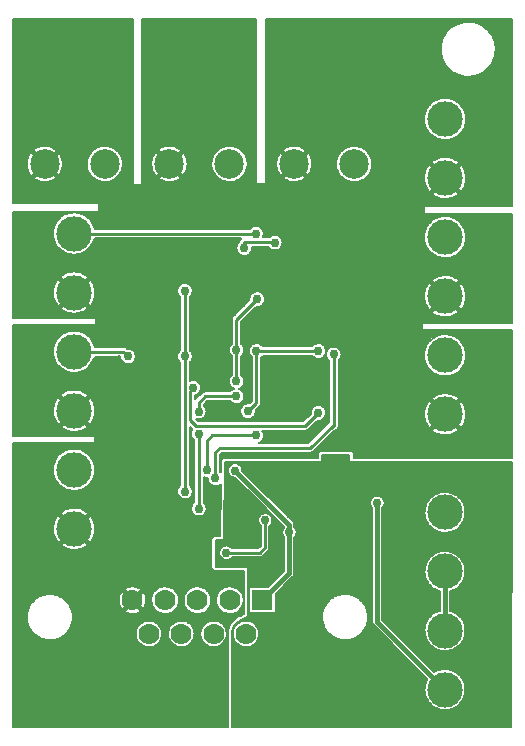
<source format=gbl>
G04 DipTrace 2.3.1.0*
%INBottom.gbr*%
%MOIN*%
%ADD10C,0.01*%
%ADD11C,0.006*%
%ADD14C,0.015*%
%ADD20C,0.07*%
%ADD21R,0.07X0.07*%
%ADD22C,0.1181*%
%ADD28C,0.0984*%
%ADD30C,0.03*%
%FSLAX44Y44*%
G04*
G70*
G90*
G75*
G01*
%LNBottom*%
%LPD*%
X13328Y10625D2*
D14*
Y10876D1*
X11517Y12687D1*
X13328Y10625D2*
Y9272D1*
X12422Y8366D1*
X16257Y11609D2*
Y7640D1*
X18512Y5385D1*
Y9322D2*
Y8559D1*
Y7353D1*
X10863Y12422D2*
D10*
Y13294D1*
X11016Y13447D1*
X14027D1*
X14767Y14187D1*
X14817D1*
Y14667D1*
X14807D1*
Y16557D1*
X14293Y16672D2*
X12228D1*
Y14947D1*
X11943Y14662D1*
X12223Y13854D2*
X10763D1*
X10583Y13674D1*
Y12702D1*
X14293Y14611D2*
X13862Y14180D1*
X10203D1*
X10023Y14360D1*
Y15342D1*
X10123Y15442D1*
X12520Y11026D2*
Y10127D1*
X12340Y9947D1*
X11221D1*
X11563Y15662D2*
Y16706D1*
Y15162D2*
X10512D1*
X10303Y14953D1*
Y14652D1*
X10307Y11417D2*
Y13900D1*
X10303D1*
X6147Y20587D2*
X12209D1*
Y20586D1*
X11563Y16706D2*
Y17711D1*
X12253Y18401D1*
X9843Y18681D2*
Y16492D1*
X7947D2*
X7790Y16650D1*
X6147D1*
X9843Y16492D2*
Y11987D1*
X9847D1*
X11817Y20107D2*
Y20297D1*
X12839D1*
Y20284D1*
D30*
X11517Y12687D3*
D3*
X9787Y21127D3*
X9507Y19327D3*
X14587Y21137D3*
X14887Y19157D3*
X14607Y17337D3*
X8707Y13217D3*
X11437Y11057D3*
X10827Y11027D3*
X15437Y9447D3*
X16457Y14547D3*
X16257Y11609D3*
X11221Y9947D3*
X12520Y11026D3*
X13328Y10625D3*
X12253Y18401D3*
X10303Y14652D3*
Y13900D3*
X10307Y11417D3*
X11563Y16706D3*
X12209Y20586D3*
X11563Y15162D3*
Y15662D3*
X9843Y16492D3*
X7947D3*
X12839Y20284D3*
X9847Y11987D3*
X9843Y18681D3*
X11817Y20107D3*
X10863Y12422D3*
X14807Y16557D3*
X11943Y14662D3*
X14293Y16672D3*
X12228D3*
X10583Y12702D3*
X12223Y13854D3*
X10123Y15442D3*
X14293Y14611D3*
X14421Y13148D2*
D11*
X15321D1*
X14420Y13090D2*
X15321D1*
X14419Y13031D2*
X15321D1*
X11188Y12972D2*
X15321D1*
X11188Y12914D2*
X11425D1*
X11608D2*
X20731D1*
X11188Y12855D2*
X11337D1*
X11698D2*
X20731D1*
X11188Y12796D2*
X11295D1*
X11740D2*
X20731D1*
X11187Y12738D2*
X11274D1*
X11760D2*
X20731D1*
X11187Y12679D2*
X11269D1*
X11768D2*
X20731D1*
X11186Y12620D2*
X11278D1*
X11826D2*
X20731D1*
X11186Y12561D2*
X11304D1*
X11885D2*
X20731D1*
X11185Y12503D2*
X11354D1*
X11944D2*
X20731D1*
X11185Y12444D2*
X11518D1*
X12002D2*
X20731D1*
X11184Y12385D2*
X11576D1*
X12061D2*
X20731D1*
X11183Y12327D2*
X11635D1*
X12119D2*
X20731D1*
X11183Y12268D2*
X11693D1*
X12178D2*
X20731D1*
X11182Y12209D2*
X11752D1*
X12238D2*
X20731D1*
X11182Y12151D2*
X11811D1*
X12296D2*
X20731D1*
X11181Y12092D2*
X11869D1*
X12355D2*
X20731D1*
X11181Y12033D2*
X11928D1*
X12413D2*
X20731D1*
X11180Y11975D2*
X11986D1*
X12472D2*
X20731D1*
X11180Y11916D2*
X12046D1*
X12531D2*
X18231D1*
X18793D2*
X20730D1*
X11179Y11857D2*
X12105D1*
X12589D2*
X18124D1*
X18899D2*
X20730D1*
X11179Y11799D2*
X12163D1*
X12648D2*
X16100D1*
X16414D2*
X18049D1*
X18974D2*
X20730D1*
X11178Y11740D2*
X12222D1*
X12706D2*
X16047D1*
X16467D2*
X17991D1*
X19033D2*
X20730D1*
X11178Y11681D2*
X12280D1*
X12765D2*
X16020D1*
X16495D2*
X17946D1*
X19078D2*
X20730D1*
X11177Y11622D2*
X12339D1*
X12824D2*
X16009D1*
X16505D2*
X17910D1*
X19115D2*
X20730D1*
X11177Y11564D2*
X12398D1*
X12883D2*
X16013D1*
X16501D2*
X17881D1*
X19144D2*
X20730D1*
X11176Y11505D2*
X12456D1*
X12942D2*
X16032D1*
X16482D2*
X17858D1*
X19167D2*
X20730D1*
X11175Y11446D2*
X12515D1*
X13000D2*
X16071D1*
X16442D2*
X17841D1*
X19183D2*
X20730D1*
X11175Y11388D2*
X12573D1*
X13059D2*
X16083D1*
X16430D2*
X17830D1*
X19194D2*
X20730D1*
X11174Y11329D2*
X12632D1*
X13118D2*
X16083D1*
X16430D2*
X17824D1*
X19199D2*
X20730D1*
X11174Y11270D2*
X12691D1*
X13176D2*
X16083D1*
X16430D2*
X17823D1*
X19200D2*
X20730D1*
X11173Y11212D2*
X12359D1*
X12682D2*
X12750D1*
X13235D2*
X16083D1*
X16430D2*
X17828D1*
X19197D2*
X20730D1*
X11173Y11153D2*
X12308D1*
X12733D2*
X12809D1*
X13293D2*
X16083D1*
X16430D2*
X17837D1*
X19187D2*
X20730D1*
X11173Y11094D2*
X12282D1*
X12759D2*
X12867D1*
X13352D2*
X16083D1*
X16430D2*
X17852D1*
X19172D2*
X20730D1*
X11173Y11036D2*
X12272D1*
X12768D2*
X12926D1*
X13411D2*
X16083D1*
X16430D2*
X17873D1*
X19152D2*
X20730D1*
X11172Y10977D2*
X12277D1*
X12763D2*
X12985D1*
X13468D2*
X16083D1*
X16430D2*
X17900D1*
X19124D2*
X20730D1*
X11172Y10918D2*
X12298D1*
X12744D2*
X13043D1*
X13496D2*
X16083D1*
X16430D2*
X17934D1*
X19090D2*
X20730D1*
X11171Y10860D2*
X12338D1*
X12703D2*
X13102D1*
X13501D2*
X16083D1*
X16430D2*
X17977D1*
X19048D2*
X20729D1*
X11171Y10801D2*
X12372D1*
X12669D2*
X13155D1*
X13501D2*
X16083D1*
X16430D2*
X18031D1*
X18993D2*
X20729D1*
X11170Y10742D2*
X12372D1*
X12669D2*
X13110D1*
X13545D2*
X16083D1*
X16430D2*
X18100D1*
X18925D2*
X20729D1*
X11170Y10683D2*
X12372D1*
X12669D2*
X13087D1*
X13569D2*
X16083D1*
X16430D2*
X18195D1*
X18830D2*
X20729D1*
X11169Y10625D2*
X12372D1*
X12669D2*
X13080D1*
X13576D2*
X16083D1*
X16430D2*
X18356D1*
X18668D2*
X20729D1*
X11168Y10566D2*
X12372D1*
X12669D2*
X13087D1*
X13569D2*
X16083D1*
X16430D2*
X20729D1*
X11168Y10507D2*
X12372D1*
X12669D2*
X13110D1*
X13545D2*
X16083D1*
X16430D2*
X20729D1*
X11167Y10449D2*
X12372D1*
X12669D2*
X13155D1*
X13501D2*
X16083D1*
X16430D2*
X20729D1*
X11167Y10390D2*
X12372D1*
X12669D2*
X13155D1*
X13501D2*
X16083D1*
X16430D2*
X20729D1*
X10873Y10331D2*
X12372D1*
X12669D2*
X13155D1*
X13501D2*
X16083D1*
X16430D2*
X20729D1*
X10873Y10273D2*
X12372D1*
X12669D2*
X13155D1*
X13501D2*
X16083D1*
X16430D2*
X20729D1*
X10873Y10214D2*
X12372D1*
X12669D2*
X13155D1*
X13501D2*
X16083D1*
X16430D2*
X20729D1*
X10873Y10155D2*
X11091D1*
X11351D2*
X12342D1*
X12669D2*
X13155D1*
X13501D2*
X16083D1*
X16430D2*
X20729D1*
X10873Y10097D2*
X11025D1*
X11418D2*
X12283D1*
X12665D2*
X13155D1*
X13501D2*
X16083D1*
X16430D2*
X20729D1*
X10873Y10038D2*
X10991D1*
X12637D2*
X13155D1*
X13501D2*
X16083D1*
X16430D2*
X20729D1*
X10873Y9979D2*
X10975D1*
X12580D2*
X13155D1*
X13501D2*
X16083D1*
X16430D2*
X18319D1*
X18705D2*
X20729D1*
X10873Y9921D2*
X10974D1*
X12521D2*
X13155D1*
X13501D2*
X16083D1*
X16430D2*
X18177D1*
X18848D2*
X20729D1*
X10873Y9862D2*
X10988D1*
X12463D2*
X13155D1*
X13501D2*
X16083D1*
X16430D2*
X18088D1*
X18937D2*
X20729D1*
X10873Y9803D2*
X11020D1*
X11422D2*
X13155D1*
X13501D2*
X16083D1*
X16430D2*
X18021D1*
X19003D2*
X20728D1*
X10873Y9744D2*
X11082D1*
X11360D2*
X13155D1*
X13501D2*
X16083D1*
X16430D2*
X17970D1*
X19055D2*
X20728D1*
X10873Y9686D2*
X13155D1*
X13501D2*
X16083D1*
X16430D2*
X17928D1*
X19096D2*
X20728D1*
X10873Y9627D2*
X13155D1*
X13501D2*
X16083D1*
X16430D2*
X17895D1*
X19129D2*
X20728D1*
X10873Y9568D2*
X13155D1*
X13501D2*
X16083D1*
X16430D2*
X17869D1*
X19155D2*
X20728D1*
X10873Y9510D2*
X13155D1*
X13501D2*
X16083D1*
X16430D2*
X17850D1*
X19175D2*
X20728D1*
X11953Y9451D2*
X13155D1*
X13501D2*
X16083D1*
X16430D2*
X17836D1*
X19189D2*
X20728D1*
X11953Y9392D2*
X13155D1*
X13501D2*
X16083D1*
X16430D2*
X17827D1*
X19198D2*
X20728D1*
X11953Y9334D2*
X13147D1*
X13501D2*
X16083D1*
X16430D2*
X17823D1*
X19200D2*
X20728D1*
X11953Y9275D2*
X13088D1*
X13501D2*
X16083D1*
X16430D2*
X17825D1*
X19199D2*
X20728D1*
X11953Y9216D2*
X13029D1*
X13491D2*
X16083D1*
X16430D2*
X17832D1*
X19193D2*
X20728D1*
X11953Y9158D2*
X12971D1*
X13455D2*
X16083D1*
X16430D2*
X17843D1*
X19181D2*
X20728D1*
X11953Y9099D2*
X12912D1*
X13397D2*
X16083D1*
X16430D2*
X17861D1*
X19163D2*
X20728D1*
X11953Y9040D2*
X12854D1*
X13338D2*
X16083D1*
X16430D2*
X17884D1*
X19139D2*
X20728D1*
X11953Y8981D2*
X12795D1*
X13280D2*
X16083D1*
X16430D2*
X17914D1*
X19109D2*
X20728D1*
X11953Y8923D2*
X12736D1*
X13221D2*
X16083D1*
X16430D2*
X17953D1*
X19072D2*
X20728D1*
X11953Y8864D2*
X12677D1*
X13162D2*
X16083D1*
X16430D2*
X18000D1*
X19024D2*
X20728D1*
X11953Y8805D2*
X11973D1*
X13104D2*
X16083D1*
X16430D2*
X18060D1*
X18964D2*
X20728D1*
X11953Y8747D2*
X11973D1*
X13045D2*
X16083D1*
X16430D2*
X18139D1*
X18885D2*
X20727D1*
X11953Y8688D2*
X11973D1*
X12987D2*
X16083D1*
X16430D2*
X18254D1*
X18771D2*
X20727D1*
X11953Y8629D2*
X11973D1*
X12928D2*
X16083D1*
X16430D2*
X18339D1*
X18686D2*
X20727D1*
X11953Y8571D2*
X11973D1*
X12870D2*
X15150D1*
X15213D2*
X16083D1*
X16430D2*
X18339D1*
X18686D2*
X20727D1*
X11953Y8512D2*
X11973D1*
X12870D2*
X14880D1*
X15483D2*
X16083D1*
X16430D2*
X18339D1*
X18686D2*
X20727D1*
X11953Y8453D2*
X11973D1*
X12870D2*
X14766D1*
X15597D2*
X16083D1*
X16430D2*
X18339D1*
X18686D2*
X20727D1*
X11953Y8395D2*
X11973D1*
X12870D2*
X14686D1*
X15677D2*
X16083D1*
X16430D2*
X18339D1*
X18686D2*
X20727D1*
X11953Y8336D2*
X11973D1*
X12870D2*
X14622D1*
X15741D2*
X16083D1*
X16430D2*
X18339D1*
X18686D2*
X20727D1*
X11953Y8277D2*
X11973D1*
X12870D2*
X14571D1*
X15793D2*
X16083D1*
X16430D2*
X18339D1*
X18686D2*
X20727D1*
X11953Y8219D2*
X11973D1*
X12870D2*
X14529D1*
X15834D2*
X16083D1*
X16430D2*
X18339D1*
X18686D2*
X20727D1*
X11953Y8160D2*
X11973D1*
X12870D2*
X14495D1*
X15868D2*
X16083D1*
X16430D2*
X18339D1*
X18686D2*
X20727D1*
X11953Y8101D2*
X11973D1*
X12870D2*
X14467D1*
X15896D2*
X16083D1*
X16430D2*
X18339D1*
X18686D2*
X20727D1*
X11953Y8042D2*
X11973D1*
X12870D2*
X14446D1*
X15918D2*
X16083D1*
X16430D2*
X18339D1*
X18686D2*
X20727D1*
X11953Y7984D2*
X11973D1*
X12870D2*
X14429D1*
X15935D2*
X16083D1*
X16430D2*
X18243D1*
X18780D2*
X20727D1*
X11953Y7925D2*
X11973D1*
X12870D2*
X14416D1*
X15946D2*
X16083D1*
X16430D2*
X18133D1*
X18892D2*
X20727D1*
X11953Y7866D2*
X14409D1*
X15954D2*
X16083D1*
X16430D2*
X18056D1*
X18969D2*
X20727D1*
X11946Y7808D2*
X14407D1*
X15957D2*
X16083D1*
X16430D2*
X17997D1*
X19028D2*
X20727D1*
X11827Y7749D2*
X14409D1*
X15955D2*
X16083D1*
X16430D2*
X17950D1*
X19075D2*
X20727D1*
X11701Y7690D2*
X14415D1*
X15948D2*
X16083D1*
X16449D2*
X17912D1*
X19112D2*
X20726D1*
X11611Y7632D2*
X11662D1*
X12094D2*
X14426D1*
X15937D2*
X16084D1*
X16508D2*
X17882D1*
X19141D2*
X20726D1*
X11552Y7573D2*
X11578D1*
X12178D2*
X14442D1*
X15921D2*
X16097D1*
X16567D2*
X17860D1*
X19165D2*
X20726D1*
X11494Y7514D2*
X11523D1*
X12233D2*
X14462D1*
X15900D2*
X16141D1*
X16625D2*
X17842D1*
X19182D2*
X20726D1*
X12271Y7456D2*
X14490D1*
X15874D2*
X16199D1*
X16684D2*
X17831D1*
X19193D2*
X20726D1*
X12298Y7397D2*
X14522D1*
X15840D2*
X16258D1*
X16742D2*
X17824D1*
X19199D2*
X20726D1*
X12315Y7338D2*
X14563D1*
X15800D2*
X16316D1*
X16801D2*
X17823D1*
X19200D2*
X20726D1*
X12325Y7280D2*
X14611D1*
X15751D2*
X16375D1*
X16860D2*
X17827D1*
X19197D2*
X20726D1*
X12326Y7221D2*
X14672D1*
X15690D2*
X16434D1*
X16918D2*
X17836D1*
X19188D2*
X20726D1*
X11416Y7162D2*
X11437D1*
X12319D2*
X14750D1*
X15613D2*
X16492D1*
X16978D2*
X17851D1*
X19173D2*
X20726D1*
X11417Y7103D2*
X11451D1*
X12304D2*
X14855D1*
X15508D2*
X16551D1*
X17036D2*
X17870D1*
X19153D2*
X20726D1*
X11417Y7045D2*
X11476D1*
X12280D2*
X15045D1*
X15318D2*
X16609D1*
X17095D2*
X17897D1*
X19127D2*
X20726D1*
X11417Y6986D2*
X11511D1*
X12244D2*
X16668D1*
X17154D2*
X17930D1*
X19093D2*
X20726D1*
X11417Y6927D2*
X11562D1*
X12194D2*
X16727D1*
X17212D2*
X17972D1*
X19051D2*
X20726D1*
X11417Y6869D2*
X11635D1*
X12120D2*
X16786D1*
X17271D2*
X18025D1*
X18999D2*
X20726D1*
X11417Y6810D2*
X11778D1*
X11977D2*
X16845D1*
X17329D2*
X18092D1*
X18931D2*
X20726D1*
X11418Y6751D2*
X16903D1*
X17388D2*
X18184D1*
X18840D2*
X20726D1*
X11418Y6693D2*
X16962D1*
X17447D2*
X18334D1*
X18690D2*
X20726D1*
X11418Y6634D2*
X17021D1*
X17505D2*
X20725D1*
X11418Y6575D2*
X17079D1*
X17564D2*
X20725D1*
X11418Y6517D2*
X17138D1*
X17623D2*
X20725D1*
X11418Y6458D2*
X17196D1*
X17682D2*
X20725D1*
X11419Y6399D2*
X17255D1*
X17741D2*
X20725D1*
X11419Y6341D2*
X17314D1*
X17799D2*
X20725D1*
X11419Y6282D2*
X17372D1*
X17858D2*
X20725D1*
X11419Y6223D2*
X17431D1*
X17916D2*
X20725D1*
X11419Y6164D2*
X17490D1*
X17975D2*
X20725D1*
X11420Y6106D2*
X17549D1*
X18034D2*
X20725D1*
X11420Y6047D2*
X17608D1*
X18092D2*
X18339D1*
X18685D2*
X20725D1*
X11420Y5988D2*
X17666D1*
X18151D2*
X18186D1*
X18838D2*
X20725D1*
X11420Y5930D2*
X17725D1*
X18929D2*
X20725D1*
X11420Y5871D2*
X17783D1*
X18998D2*
X20725D1*
X11420Y5812D2*
X17842D1*
X19050D2*
X20725D1*
X11421Y5754D2*
X17901D1*
X19093D2*
X20725D1*
X11421Y5695D2*
X17897D1*
X19126D2*
X20725D1*
X11421Y5636D2*
X17871D1*
X19153D2*
X20725D1*
X11421Y5578D2*
X17851D1*
X19173D2*
X20724D1*
X11421Y5519D2*
X17836D1*
X19187D2*
X20724D1*
X11421Y5460D2*
X17827D1*
X19197D2*
X20724D1*
X11422Y5402D2*
X17823D1*
X19200D2*
X20724D1*
X11422Y5343D2*
X17824D1*
X19199D2*
X20724D1*
X11422Y5284D2*
X17831D1*
X19194D2*
X20724D1*
X11422Y5225D2*
X17842D1*
X19182D2*
X20724D1*
X11422Y5167D2*
X17859D1*
X19165D2*
X20724D1*
X11422Y5108D2*
X17881D1*
X19142D2*
X20724D1*
X11423Y5049D2*
X17911D1*
X19113D2*
X20724D1*
X11423Y4991D2*
X17949D1*
X19076D2*
X20724D1*
X11423Y4932D2*
X17995D1*
X19029D2*
X20724D1*
X11423Y4873D2*
X18054D1*
X18971D2*
X20724D1*
X11423Y4815D2*
X18131D1*
X18894D2*
X20724D1*
X11423Y4756D2*
X18241D1*
X18784D2*
X20724D1*
X11424Y4697D2*
X20724D1*
X11424Y4639D2*
X20724D1*
X11424Y4580D2*
X20724D1*
X11424Y4521D2*
X20723D1*
X11424Y4463D2*
X20723D1*
X11424Y4404D2*
X20723D1*
X11425Y4345D2*
X20723D1*
X11425Y4286D2*
X20723D1*
X11425Y4228D2*
X20723D1*
X11425Y4169D2*
X20723D1*
X12319Y7212D2*
X12311Y7153D1*
X12295Y7095D1*
X12271Y7040D1*
X12240Y6989D1*
X12203Y6942D1*
X12159Y6901D1*
X12110Y6866D1*
X12057Y6838D1*
X12001Y6817D1*
X11943Y6805D1*
X11883Y6800D1*
X11823Y6803D1*
X11764Y6815D1*
X11707Y6834D1*
X11654Y6861D1*
X11604Y6895D1*
X11560Y6935D1*
X11521Y6981D1*
X11489Y7031D1*
X11464Y7086D1*
X11447Y7143D1*
X11437Y7203D1*
X11436Y7263D1*
X11443Y7322D1*
X11457Y7380D1*
X11480Y7436D1*
X11510Y7488D1*
X11546Y7535D1*
X11589Y7577D1*
X11637Y7613D1*
X11689Y7643D1*
X11745Y7664D1*
X11803Y7678D1*
X11863Y7685D1*
X11923Y7682D1*
X11982Y7672D1*
X12039Y7654D1*
X12093Y7629D1*
X12144Y7596D1*
X12189Y7557D1*
X12229Y7512D1*
X12262Y7462D1*
X12288Y7408D1*
X12307Y7351D1*
X12317Y7292D1*
X12320Y7242D1*
X12319Y7212D1*
X12009Y8809D2*
X12627D1*
X13161Y9342D1*
X13160Y10449D1*
X13137Y10475D1*
X13120Y10500D1*
X13106Y10526D1*
X13096Y10554D1*
X13089Y10583D1*
X13086Y10613D1*
Y10643D1*
X13090Y10673D1*
X13098Y10702D1*
X13109Y10730D1*
X13124Y10756D1*
X13142Y10780D1*
X13160Y10800D1*
Y10808D1*
X12170Y11797D1*
X11522Y12445D1*
X11478Y12448D1*
X11449Y12454D1*
X11421Y12465D1*
X11394Y12478D1*
X11369Y12495D1*
X11346Y12515D1*
X11326Y12537D1*
X11309Y12562D1*
X11296Y12588D1*
X11285Y12617D1*
X11278Y12646D1*
X11275Y12675D1*
Y12705D1*
X11279Y12735D1*
X11287Y12764D1*
X11298Y12792D1*
X11313Y12818D1*
X11331Y12842D1*
X11351Y12864D1*
X11375Y12883D1*
X11400Y12899D1*
X11427Y12912D1*
X11455Y12921D1*
X11485Y12927D1*
X11515Y12929D1*
X11545Y12928D1*
X11574Y12923D1*
X11603Y12914D1*
X11630Y12901D1*
X11656Y12886D1*
X11679Y12867D1*
X11700Y12846D1*
X11718Y12822D1*
X11734Y12796D1*
X11745Y12768D1*
X11754Y12740D1*
X11759Y12687D1*
Y12682D1*
X12060Y12381D1*
X13446Y10995D1*
X13465Y10972D1*
X13480Y10946D1*
X13490Y10917D1*
X13494Y10892D1*
X13495Y10800D1*
X13529Y10760D1*
X13544Y10734D1*
X13556Y10706D1*
X13564Y10677D1*
X13570Y10625D1*
X13568Y10595D1*
X13563Y10565D1*
X13554Y10537D1*
X13541Y10510D1*
X13525Y10484D1*
X13495Y10450D1*
Y9272D1*
X13492Y9242D1*
X13484Y9213D1*
X13471Y9186D1*
X13457Y9166D1*
X13319Y9026D1*
X12865Y8572D1*
X12864Y8149D1*
Y7924D1*
X11979D1*
Y8809D1*
X12009D1*
X15950Y7772D2*
X15945Y7713D1*
X15936Y7653D1*
X15922Y7595D1*
X15904Y7538D1*
X15881Y7482D1*
X15854Y7429D1*
X15822Y7378D1*
X15787Y7329D1*
X15749Y7283D1*
X15706Y7241D1*
X15661Y7201D1*
X15613Y7166D1*
X15562Y7134D1*
X15509Y7106D1*
X15453Y7083D1*
X15396Y7064D1*
X15338Y7050D1*
X15279Y7040D1*
X15219Y7034D1*
X15159D1*
X15099Y7038D1*
X15040Y7047D1*
X14982Y7060D1*
X14924Y7078D1*
X14869Y7100D1*
X14815Y7126D1*
X14763Y7157D1*
X14714Y7192D1*
X14668Y7230D1*
X14625Y7272D1*
X14585Y7317D1*
X14549Y7365D1*
X14517Y7415D1*
X14489Y7468D1*
X14465Y7523D1*
X14445Y7580D1*
X14430Y7638D1*
X14420Y7697D1*
X14414Y7757D1*
X14413Y7817D1*
X14416Y7877D1*
X14424Y7936D1*
X14437Y7995D1*
X14454Y8052D1*
X14476Y8108D1*
X14502Y8162D1*
X14532Y8214D1*
X14566Y8263D1*
X14604Y8310D1*
X14645Y8353D1*
X14690Y8394D1*
X14737Y8430D1*
X14788Y8463D1*
X14840Y8491D1*
X14895Y8516D1*
X14952Y8536D1*
X15010Y8552D1*
X15069Y8563D1*
X15128Y8569D1*
X15188Y8571D1*
X15248Y8568D1*
X15308Y8561D1*
X15366Y8549D1*
X15424Y8532D1*
X15480Y8511D1*
X15534Y8486D1*
X15587Y8456D1*
X15636Y8422D1*
X15683Y8385D1*
X15727Y8344D1*
X15768Y8300D1*
X15805Y8253D1*
X15838Y8203D1*
X15867Y8150D1*
X15892Y8096D1*
X15913Y8040D1*
X15929Y7982D1*
X15941Y7923D1*
X15948Y7863D1*
X15950Y7802D1*
Y7772D1*
X19194Y9292D2*
X19189Y9233D1*
X19179Y9174D1*
X19163Y9116D1*
X19142Y9059D1*
X19117Y9005D1*
X19087Y8953D1*
X19052Y8904D1*
X19013Y8859D1*
X18971Y8816D1*
X18924Y8778D1*
X18875Y8744D1*
X18823Y8714D1*
X18768Y8689D1*
X18712Y8669D1*
X18678Y8660D1*
X18680Y8529D1*
Y8016D1*
X18739Y7997D1*
X18795Y7975D1*
X18848Y7948D1*
X18899Y7916D1*
X18947Y7880D1*
X18992Y7840D1*
X19032Y7796D1*
X19069Y7748D1*
X19102Y7698D1*
X19130Y7645D1*
X19153Y7590D1*
X19171Y7532D1*
X19184Y7474D1*
X19192Y7414D1*
X19195Y7353D1*
X19192Y7294D1*
X19185Y7234D1*
X19171Y7176D1*
X19153Y7118D1*
X19130Y7063D1*
X19102Y7010D1*
X19070Y6959D1*
X19033Y6912D1*
X18992Y6868D1*
X18948Y6828D1*
X18900Y6792D1*
X18849Y6760D1*
X18796Y6732D1*
X18740Y6710D1*
X18683Y6692D1*
X18624Y6680D1*
X18565Y6673D1*
X18505Y6671D1*
X18445Y6674D1*
X18386Y6682D1*
X18327Y6696D1*
X18270Y6715D1*
X18215Y6738D1*
X18162Y6767D1*
X18112Y6800D1*
X18065Y6837D1*
X18022Y6878D1*
X17982Y6923D1*
X17946Y6971D1*
X17915Y7022D1*
X17888Y7076D1*
X17866Y7132D1*
X17849Y7190D1*
X17837Y7248D1*
X17831Y7308D1*
X17829Y7368D1*
X17833Y7428D1*
X17842Y7487D1*
X17857Y7545D1*
X17876Y7602D1*
X17900Y7657D1*
X17929Y7709D1*
X17963Y7759D1*
X18000Y7806D1*
X18042Y7849D1*
X18087Y7888D1*
X18136Y7924D1*
X18187Y7954D1*
X18241Y7980D1*
X18297Y8002D1*
X18345Y8016D1*
Y8589D1*
Y8661D1*
X18299Y8674D1*
X18242Y8695D1*
X18188Y8721D1*
X18137Y8752D1*
X18088Y8787D1*
X18043Y8826D1*
X18001Y8869D1*
X17963Y8916D1*
X17930Y8966D1*
X17901Y9018D1*
X17876Y9073D1*
X17857Y9130D1*
X17843Y9188D1*
X17833Y9247D1*
X17829Y9307D1*
X17831Y9367D1*
X17837Y9426D1*
X17849Y9485D1*
X17866Y9543D1*
X17888Y9599D1*
X17914Y9652D1*
X17945Y9704D1*
X17981Y9752D1*
X18021Y9797D1*
X18064Y9838D1*
X18111Y9875D1*
X18161Y9908D1*
X18214Y9937D1*
X18269Y9961D1*
X18326Y9980D1*
X18385Y9993D1*
X18444Y10002D1*
X18504Y10005D1*
X18564Y10003D1*
X18623Y9996D1*
X18682Y9984D1*
X18739Y9966D1*
X18795Y9944D1*
X18848Y9917D1*
X18899Y9885D1*
X18947Y9849D1*
X18992Y9809D1*
X19032Y9765D1*
X19069Y9717D1*
X19102Y9667D1*
X19130Y9614D1*
X19153Y9559D1*
X19171Y9501D1*
X19184Y9443D1*
X19192Y9383D1*
X19195Y9322D1*
X19194Y9292D1*
Y11261D2*
X19189Y11201D1*
X19179Y11142D1*
X19163Y11084D1*
X19142Y11028D1*
X19117Y10974D1*
X19087Y10922D1*
X19052Y10873D1*
X19013Y10827D1*
X18971Y10785D1*
X18924Y10747D1*
X18875Y10712D1*
X18823Y10683D1*
X18768Y10658D1*
X18712Y10638D1*
X18654Y10623D1*
X18595Y10613D1*
X18535Y10608D1*
X18475Y10609D1*
X18415Y10615D1*
X18356Y10626D1*
X18299Y10642D1*
X18242Y10663D1*
X18188Y10690D1*
X18137Y10720D1*
X18088Y10755D1*
X18043Y10795D1*
X18001Y10838D1*
X17963Y10884D1*
X17930Y10934D1*
X17901Y10986D1*
X17876Y11041D1*
X17857Y11098D1*
X17843Y11156D1*
X17833Y11216D1*
X17829Y11275D1*
X17831Y11335D1*
X17837Y11395D1*
X17849Y11454D1*
X17866Y11511D1*
X17888Y11567D1*
X17914Y11621D1*
X17945Y11672D1*
X17981Y11720D1*
X18021Y11765D1*
X18064Y11807D1*
X18111Y11844D1*
X18161Y11877D1*
X18214Y11905D1*
X18269Y11929D1*
X18326Y11948D1*
X18385Y11962D1*
X18444Y11970D1*
X18504Y11974D1*
X18564Y11972D1*
X18623Y11965D1*
X18682Y11952D1*
X18739Y11935D1*
X18795Y11913D1*
X18848Y11885D1*
X18899Y11854D1*
X18947Y11817D1*
X18992Y11777D1*
X19032Y11733D1*
X19069Y11686D1*
X19102Y11635D1*
X19130Y11582D1*
X19153Y11527D1*
X19171Y11470D1*
X19184Y11411D1*
X19192Y11352D1*
X19195Y11291D1*
X19194Y11261D1*
Y5355D2*
X19189Y5295D1*
X19179Y5236D1*
X19163Y5178D1*
X19142Y5122D1*
X19117Y5068D1*
X19087Y5016D1*
X19052Y4967D1*
X19013Y4921D1*
X18971Y4879D1*
X18925Y4841D1*
X18875Y4806D1*
X18823Y4777D1*
X18768Y4752D1*
X18712Y4732D1*
X18654Y4717D1*
X18595Y4707D1*
X18535Y4702D1*
X18475Y4703D1*
X18415Y4709D1*
X18356Y4720D1*
X18299Y4736D1*
X18242Y4758D1*
X18188Y4784D1*
X18137Y4814D1*
X18088Y4849D1*
X18043Y4889D1*
X18001Y4932D1*
X17963Y4978D1*
X17930Y5028D1*
X17901Y5081D1*
X17876Y5135D1*
X17857Y5192D1*
X17843Y5250D1*
X17833Y5310D1*
X17829Y5369D1*
X17831Y5429D1*
X17837Y5489D1*
X17849Y5548D1*
X17866Y5605D1*
X17888Y5661D1*
X17914Y5715D1*
X17926Y5735D1*
X17609Y6051D1*
X16139Y7522D1*
X16119Y7545D1*
X16105Y7571D1*
X16095Y7599D1*
X16090Y7624D1*
Y7820D1*
Y11434D1*
X16066Y11459D1*
X16049Y11484D1*
X16036Y11510D1*
X16025Y11538D1*
X16018Y11568D1*
X16015Y11597D1*
Y11627D1*
X16019Y11657D1*
X16027Y11686D1*
X16038Y11714D1*
X16053Y11740D1*
X16071Y11764D1*
X16091Y11786D1*
X16115Y11805D1*
X16140Y11821D1*
X16167Y11834D1*
X16195Y11843D1*
X16225Y11849D1*
X16255Y11851D1*
X16285Y11850D1*
X16314Y11845D1*
X16343Y11836D1*
X16370Y11823D1*
X16396Y11808D1*
X16419Y11789D1*
X16440Y11768D1*
X16458Y11744D1*
X16474Y11718D1*
X16485Y11690D1*
X16494Y11662D1*
X16499Y11609D1*
X16498Y11579D1*
X16492Y11550D1*
X16483Y11521D1*
X16470Y11494D1*
X16454Y11468D1*
X16424Y11434D1*
Y7769D1*
Y7710D1*
X17924Y6210D1*
X18162Y5972D1*
X18214Y5999D1*
X18269Y6023D1*
X18326Y6042D1*
X18385Y6056D1*
X18444Y6065D1*
X18504Y6068D1*
X18564Y6066D1*
X18623Y6059D1*
X18682Y6046D1*
X18739Y6029D1*
X18795Y6007D1*
X18848Y5979D1*
X18899Y5948D1*
X18947Y5911D1*
X18992Y5871D1*
X19032Y5827D1*
X19069Y5780D1*
X19102Y5729D1*
X19130Y5676D1*
X19153Y5621D1*
X19171Y5564D1*
X19184Y5505D1*
X19192Y5446D1*
X19195Y5385D1*
X19194Y5355D1*
X11417Y9804D2*
X11400Y9783D1*
X11378Y9762D1*
X11354Y9744D1*
X11328Y9729D1*
X11300Y9718D1*
X11271Y9710D1*
X11242Y9706D1*
X11212Y9705D1*
X11182Y9708D1*
X11153Y9714D1*
X11125Y9725D1*
X11098Y9738D1*
X11073Y9755D1*
X11051Y9775D1*
X11031Y9797D1*
X11014Y9822D1*
X11000Y9848D1*
X10989Y9877D1*
X10982Y9906D1*
X10979Y9935D1*
Y9965D1*
X10984Y9995D1*
X10991Y10024D1*
X11003Y10052D1*
X11017Y10078D1*
X11035Y10102D1*
X11056Y10124D1*
X11079Y10143D1*
X11104Y10159D1*
X11131Y10172D1*
X11160Y10181D1*
X11189Y10187D1*
X11219Y10189D1*
X11249Y10188D1*
X11278Y10183D1*
X11307Y10174D1*
X11334Y10161D1*
X11360Y10146D1*
X11383Y10127D1*
X11404Y10106D1*
X11417Y10089D1*
X11581D1*
X12282Y10090D1*
X12378Y10187D1*
Y10829D1*
X12350Y10854D1*
X12330Y10876D1*
X12313Y10901D1*
X12299Y10927D1*
X12288Y10956D1*
X12282Y10985D1*
X12278Y11015D1*
X12279Y11045D1*
X12283Y11074D1*
X12291Y11103D1*
X12302Y11131D1*
X12316Y11157D1*
X12334Y11181D1*
X12355Y11203D1*
X12378Y11222D1*
X12403Y11238D1*
X12430Y11251D1*
X12459Y11261D1*
X12488Y11266D1*
X12518Y11268D1*
X12548Y11267D1*
X12578Y11262D1*
X12606Y11253D1*
X12634Y11240D1*
X12659Y11225D1*
X12683Y11206D1*
X12704Y11185D1*
X12722Y11161D1*
X12737Y11135D1*
X12749Y11107D1*
X12757Y11079D1*
X12763Y11026D1*
X12761Y10996D1*
X12755Y10967D1*
X12746Y10938D1*
X12734Y10911D1*
X12718Y10885D1*
X12699Y10862D1*
X12663Y10831D1*
Y10127D1*
X12660Y10097D1*
X12650Y10069D1*
X12638Y10047D1*
X12600Y10005D1*
X12441Y9846D1*
X12418Y9827D1*
X12391Y9814D1*
X12368Y9807D1*
X12310Y9805D1*
X11417D1*
X11522Y12445D2*
X11478Y12448D1*
X11449Y12454D1*
X11421Y12465D1*
X11394Y12478D1*
X11369Y12495D1*
X11346Y12515D1*
X11326Y12537D1*
X11309Y12562D1*
X11296Y12588D1*
X11285Y12617D1*
X11278Y12646D1*
X11275Y12675D1*
Y12705D1*
X11279Y12735D1*
X11287Y12764D1*
X11298Y12792D1*
X11313Y12818D1*
X11331Y12842D1*
X11351Y12864D1*
X11375Y12883D1*
X11400Y12899D1*
X11427Y12912D1*
X11455Y12921D1*
X11485Y12927D1*
X11515Y12929D1*
X11545Y12928D1*
X11574Y12923D1*
X11603Y12914D1*
X11630Y12901D1*
X11656Y12886D1*
X11679Y12867D1*
X11700Y12846D1*
X11718Y12822D1*
X11734Y12796D1*
X11745Y12768D1*
X11754Y12740D1*
X11759Y12687D1*
Y12682D1*
X11637Y7663D2*
X11484Y7511D1*
X11410Y7320D1*
X11419Y4148D1*
X20729D1*
X20737Y12967D1*
X16937Y12968D1*
X16179Y12967D1*
X15357D1*
X15332Y12982D1*
X15327Y12997D1*
Y13207D1*
X14416Y13206D1*
X14413Y13004D1*
X14398Y12979D1*
X14383Y12974D1*
X11183Y12973D1*
X11161Y10388D1*
X11146Y10363D1*
X11131Y10358D1*
X10867Y10357D1*
Y9487D1*
X11917D1*
X11942Y9472D1*
X11947Y9457D1*
Y7827D1*
X11932Y7802D1*
X11848Y7762D1*
X11636Y7663D1*
X4133Y27688D2*
X8121D1*
X8433D2*
X12221D1*
X12563D2*
X20741D1*
X4133Y27630D2*
X8121D1*
X8433D2*
X12221D1*
X12563D2*
X19119D1*
X19455D2*
X20741D1*
X4133Y27571D2*
X8121D1*
X8433D2*
X12221D1*
X12563D2*
X18922D1*
X19652D2*
X20741D1*
X4133Y27512D2*
X8121D1*
X8433D2*
X12221D1*
X12563D2*
X18807D1*
X19766D2*
X20741D1*
X4133Y27454D2*
X8121D1*
X8433D2*
X12221D1*
X12563D2*
X18721D1*
X19853D2*
X20741D1*
X4133Y27395D2*
X8121D1*
X8433D2*
X12221D1*
X12563D2*
X18653D1*
X19921D2*
X20741D1*
X4133Y27336D2*
X8121D1*
X8433D2*
X12221D1*
X12563D2*
X18596D1*
X19978D2*
X20741D1*
X4133Y27278D2*
X8121D1*
X8433D2*
X12221D1*
X12563D2*
X18548D1*
X20026D2*
X20741D1*
X4133Y27219D2*
X8121D1*
X8433D2*
X12221D1*
X12563D2*
X18506D1*
X20067D2*
X20741D1*
X4133Y27160D2*
X8121D1*
X8433D2*
X12221D1*
X12563D2*
X18473D1*
X20101D2*
X20741D1*
X4133Y27101D2*
X8121D1*
X8433D2*
X12221D1*
X12563D2*
X18444D1*
X20130D2*
X20741D1*
X4133Y27043D2*
X8121D1*
X8433D2*
X12221D1*
X12563D2*
X18420D1*
X20153D2*
X20741D1*
X4133Y26984D2*
X8121D1*
X8433D2*
X12221D1*
X12563D2*
X18401D1*
X20173D2*
X20741D1*
X4133Y26925D2*
X8121D1*
X8433D2*
X12221D1*
X12563D2*
X18386D1*
X20188D2*
X20741D1*
X4133Y26867D2*
X8121D1*
X8433D2*
X12221D1*
X12563D2*
X18374D1*
X20199D2*
X20741D1*
X4133Y26808D2*
X8121D1*
X8433D2*
X12221D1*
X12563D2*
X18368D1*
X20206D2*
X20741D1*
X4133Y26749D2*
X8121D1*
X8433D2*
X12221D1*
X12563D2*
X18364D1*
X20210D2*
X20741D1*
X4133Y26691D2*
X8121D1*
X8433D2*
X12221D1*
X12563D2*
X18365D1*
X20209D2*
X20741D1*
X4133Y26632D2*
X8121D1*
X8433D2*
X12221D1*
X12563D2*
X18369D1*
X20205D2*
X20741D1*
X4133Y26573D2*
X8121D1*
X8433D2*
X12221D1*
X12563D2*
X18377D1*
X20197D2*
X20741D1*
X4133Y26515D2*
X8121D1*
X8433D2*
X12221D1*
X12563D2*
X18388D1*
X20185D2*
X20741D1*
X4133Y26456D2*
X8121D1*
X8433D2*
X12221D1*
X12563D2*
X18405D1*
X20168D2*
X20741D1*
X4133Y26397D2*
X8121D1*
X8433D2*
X12221D1*
X12563D2*
X18425D1*
X20149D2*
X20741D1*
X4133Y26339D2*
X8121D1*
X8433D2*
X12221D1*
X12563D2*
X18450D1*
X20123D2*
X20741D1*
X4133Y26280D2*
X8121D1*
X8433D2*
X12221D1*
X12563D2*
X18480D1*
X20093D2*
X20741D1*
X4133Y26221D2*
X8121D1*
X8433D2*
X12221D1*
X12563D2*
X18516D1*
X20058D2*
X20741D1*
X4133Y26162D2*
X8121D1*
X8433D2*
X12221D1*
X12563D2*
X18558D1*
X20016D2*
X20741D1*
X4133Y26104D2*
X8121D1*
X8433D2*
X12221D1*
X12563D2*
X18609D1*
X19965D2*
X20741D1*
X4133Y26045D2*
X8121D1*
X8433D2*
X12221D1*
X12563D2*
X18668D1*
X19906D2*
X20741D1*
X4133Y25986D2*
X8121D1*
X8433D2*
X12221D1*
X12563D2*
X18740D1*
X19834D2*
X20741D1*
X4133Y25928D2*
X8121D1*
X8433D2*
X12221D1*
X12563D2*
X18832D1*
X19742D2*
X20741D1*
X4133Y25869D2*
X8121D1*
X8433D2*
X12221D1*
X12563D2*
X18957D1*
X19616D2*
X20741D1*
X4133Y25810D2*
X8121D1*
X8433D2*
X12221D1*
X12563D2*
X19260D1*
X19313D2*
X20741D1*
X4133Y25752D2*
X8121D1*
X8433D2*
X12221D1*
X12563D2*
X20741D1*
X4133Y25693D2*
X8121D1*
X8433D2*
X12221D1*
X12563D2*
X20741D1*
X4133Y25634D2*
X8121D1*
X8433D2*
X12221D1*
X12563D2*
X20741D1*
X4133Y25576D2*
X8121D1*
X8433D2*
X12221D1*
X12563D2*
X20741D1*
X4133Y25517D2*
X8121D1*
X8433D2*
X12221D1*
X12563D2*
X20741D1*
X4133Y25458D2*
X8121D1*
X8433D2*
X12221D1*
X12563D2*
X20741D1*
X4133Y25400D2*
X8121D1*
X8433D2*
X12221D1*
X12563D2*
X20741D1*
X4133Y25341D2*
X8121D1*
X8433D2*
X12221D1*
X12563D2*
X20741D1*
X4133Y25282D2*
X8121D1*
X8433D2*
X12221D1*
X12563D2*
X20741D1*
X4133Y25223D2*
X8121D1*
X8433D2*
X12221D1*
X12563D2*
X20741D1*
X4133Y25165D2*
X8121D1*
X8433D2*
X12221D1*
X12563D2*
X20741D1*
X4133Y25106D2*
X8121D1*
X8433D2*
X12221D1*
X12563D2*
X18478D1*
X18555D2*
X20741D1*
X4133Y25047D2*
X8121D1*
X8433D2*
X12221D1*
X12563D2*
X18228D1*
X18806D2*
X20741D1*
X4133Y24989D2*
X8121D1*
X8433D2*
X12221D1*
X12563D2*
X18121D1*
X18913D2*
X20741D1*
X4133Y24930D2*
X8121D1*
X8433D2*
X12221D1*
X12563D2*
X18045D1*
X18989D2*
X20741D1*
X4133Y24871D2*
X8121D1*
X8433D2*
X12221D1*
X12563D2*
X17986D1*
X19048D2*
X20741D1*
X4133Y24813D2*
X8121D1*
X8433D2*
X12221D1*
X12563D2*
X17939D1*
X19095D2*
X20741D1*
X4133Y24754D2*
X8121D1*
X8433D2*
X12221D1*
X12563D2*
X17902D1*
X19133D2*
X20741D1*
X4133Y24695D2*
X8121D1*
X8433D2*
X12221D1*
X12563D2*
X17872D1*
X19163D2*
X20741D1*
X4133Y24637D2*
X8121D1*
X8433D2*
X12221D1*
X12563D2*
X17847D1*
X19186D2*
X20741D1*
X4133Y24578D2*
X8121D1*
X8433D2*
X12221D1*
X12563D2*
X17830D1*
X19204D2*
X20741D1*
X4133Y24519D2*
X8121D1*
X8433D2*
X12221D1*
X12563D2*
X17817D1*
X19216D2*
X20741D1*
X4133Y24461D2*
X8121D1*
X8433D2*
X12221D1*
X12563D2*
X17811D1*
X19223D2*
X20741D1*
X4133Y24402D2*
X8121D1*
X8433D2*
X12221D1*
X12563D2*
X17808D1*
X19225D2*
X20741D1*
X4133Y24343D2*
X8121D1*
X8433D2*
X12221D1*
X12563D2*
X17811D1*
X19223D2*
X20741D1*
X4133Y24284D2*
X8121D1*
X8433D2*
X12221D1*
X12563D2*
X17818D1*
X19216D2*
X20741D1*
X4133Y24226D2*
X8121D1*
X8433D2*
X12221D1*
X12563D2*
X17831D1*
X19203D2*
X20741D1*
X4133Y24167D2*
X8121D1*
X8433D2*
X12221D1*
X12563D2*
X17849D1*
X19185D2*
X20741D1*
X4133Y24108D2*
X8121D1*
X8433D2*
X12221D1*
X12563D2*
X17874D1*
X19161D2*
X20741D1*
X4133Y24050D2*
X8121D1*
X8433D2*
X12221D1*
X12563D2*
X17904D1*
X19130D2*
X20741D1*
X4133Y23991D2*
X8121D1*
X8433D2*
X12221D1*
X12563D2*
X17942D1*
X19091D2*
X20741D1*
X4133Y23932D2*
X8121D1*
X8433D2*
X12221D1*
X12563D2*
X17990D1*
X19044D2*
X20741D1*
X4133Y23874D2*
X8121D1*
X8433D2*
X12221D1*
X12563D2*
X18050D1*
X18984D2*
X20741D1*
X4133Y23815D2*
X8121D1*
X8433D2*
X12221D1*
X12563D2*
X18128D1*
X18907D2*
X20741D1*
X4133Y23756D2*
X8121D1*
X8433D2*
X12221D1*
X12563D2*
X18238D1*
X18796D2*
X20741D1*
X4133Y23698D2*
X8121D1*
X8433D2*
X12221D1*
X12563D2*
X20741D1*
X4133Y23639D2*
X8121D1*
X8433D2*
X12221D1*
X12563D2*
X20741D1*
X4133Y23580D2*
X8121D1*
X8433D2*
X12221D1*
X12563D2*
X20741D1*
X4133Y23521D2*
X8121D1*
X8433D2*
X12221D1*
X12563D2*
X20741D1*
X4133Y23463D2*
X4931D1*
X5411D2*
X6931D1*
X7412D2*
X8121D1*
X8433D2*
X9088D1*
X9567D2*
X11086D1*
X11570D2*
X12221D1*
X12563D2*
X13243D1*
X13725D2*
X15243D1*
X15727D2*
X20741D1*
X4133Y23404D2*
X4824D1*
X5519D2*
X6824D1*
X7519D2*
X8121D1*
X8433D2*
X8981D1*
X9675D2*
X10979D1*
X11677D2*
X12221D1*
X12563D2*
X13136D1*
X13833D2*
X15136D1*
X15833D2*
X20741D1*
X4133Y23345D2*
X4751D1*
X5592D2*
X6751D1*
X7592D2*
X8121D1*
X8433D2*
X8907D1*
X9748D2*
X10907D1*
X11750D2*
X12221D1*
X12563D2*
X13063D1*
X13905D2*
X15064D1*
X15906D2*
X20741D1*
X4133Y23287D2*
X4696D1*
X5647D2*
X6697D1*
X7646D2*
X8121D1*
X8433D2*
X8853D1*
X9803D2*
X10853D1*
X11803D2*
X12221D1*
X12563D2*
X13009D1*
X13959D2*
X15010D1*
X15960D2*
X20741D1*
X4133Y23228D2*
X4654D1*
X5689D2*
X6655D1*
X7688D2*
X8121D1*
X8433D2*
X8811D1*
X9845D2*
X10811D1*
X11845D2*
X12221D1*
X12563D2*
X12967D1*
X14002D2*
X14967D1*
X16002D2*
X20741D1*
X4133Y23169D2*
X4622D1*
X5722D2*
X6622D1*
X7721D2*
X8121D1*
X8433D2*
X8778D1*
X9878D2*
X10778D1*
X11878D2*
X12221D1*
X12563D2*
X12935D1*
X14034D2*
X14935D1*
X16035D2*
X20741D1*
X4133Y23111D2*
X4597D1*
X5746D2*
X6597D1*
X7746D2*
X8121D1*
X8433D2*
X8754D1*
X9902D2*
X10753D1*
X11903D2*
X12221D1*
X12563D2*
X12910D1*
X14059D2*
X14910D1*
X16059D2*
X18316D1*
X18718D2*
X20741D1*
X4133Y23052D2*
X4579D1*
X5764D2*
X6580D1*
X7764D2*
X8121D1*
X8433D2*
X8736D1*
X9920D2*
X10736D1*
X11920D2*
X12221D1*
X12563D2*
X12892D1*
X14077D2*
X14892D1*
X16077D2*
X18174D1*
X18861D2*
X20741D1*
X4133Y22993D2*
X4568D1*
X5775D2*
X6567D1*
X7776D2*
X8121D1*
X8433D2*
X8724D1*
X9932D2*
X10724D1*
X11933D2*
X12221D1*
X12563D2*
X12881D1*
X14089D2*
X14881D1*
X16089D2*
X18084D1*
X18951D2*
X20741D1*
X4133Y22935D2*
X4562D1*
X5781D2*
X6562D1*
X7781D2*
X8121D1*
X8433D2*
X8718D1*
X9938D2*
X10719D1*
X11938D2*
X12221D1*
X12563D2*
X12875D1*
X14094D2*
X14876D1*
X16095D2*
X18016D1*
X19018D2*
X20741D1*
X4133Y22876D2*
X4562D1*
X5781D2*
X6562D1*
X7781D2*
X8121D1*
X8433D2*
X8718D1*
X9938D2*
X10719D1*
X11937D2*
X12221D1*
X12563D2*
X12875D1*
X14094D2*
X14876D1*
X16094D2*
X17964D1*
X19071D2*
X20741D1*
X4133Y22817D2*
X4568D1*
X5775D2*
X6567D1*
X7776D2*
X8121D1*
X8433D2*
X8724D1*
X9932D2*
X10724D1*
X11932D2*
X12221D1*
X12563D2*
X12881D1*
X14088D2*
X14881D1*
X16088D2*
X17921D1*
X19113D2*
X20741D1*
X4133Y22759D2*
X4579D1*
X5764D2*
X6580D1*
X7763D2*
X8121D1*
X8433D2*
X8736D1*
X9920D2*
X10736D1*
X11920D2*
X12221D1*
X12563D2*
X12893D1*
X14077D2*
X14892D1*
X16077D2*
X17887D1*
X19148D2*
X20741D1*
X4133Y22700D2*
X4597D1*
X5746D2*
X6597D1*
X7746D2*
X8121D1*
X8433D2*
X8754D1*
X9902D2*
X10754D1*
X11903D2*
X12221D1*
X12563D2*
X12911D1*
X14059D2*
X14911D1*
X16059D2*
X17860D1*
X19174D2*
X20741D1*
X4133Y22641D2*
X4622D1*
X5721D2*
X6622D1*
X7721D2*
X8121D1*
X8433D2*
X8778D1*
X9878D2*
X10779D1*
X11877D2*
X12221D1*
X12563D2*
X12935D1*
X14033D2*
X14936D1*
X16034D2*
X17839D1*
X19195D2*
X20741D1*
X4133Y22582D2*
X4655D1*
X5688D2*
X6655D1*
X7688D2*
X8121D1*
X8433D2*
X8811D1*
X9845D2*
X10811D1*
X11844D2*
X12221D1*
X12563D2*
X12968D1*
X14001D2*
X14968D1*
X16001D2*
X17824D1*
X19210D2*
X20741D1*
X4133Y22524D2*
X4697D1*
X5646D2*
X6697D1*
X7646D2*
X8121D1*
X8433D2*
X8853D1*
X9803D2*
X10854D1*
X11802D2*
X12221D1*
X12563D2*
X13010D1*
X13958D2*
X15011D1*
X15959D2*
X17814D1*
X19221D2*
X20741D1*
X4133Y22465D2*
X4751D1*
X5591D2*
X6752D1*
X7592D2*
X8121D1*
X8433D2*
X8907D1*
X9748D2*
X10909D1*
X11747D2*
X12221D1*
X12563D2*
X13065D1*
X13904D2*
X15066D1*
X15904D2*
X17809D1*
X19225D2*
X20741D1*
X4133Y22406D2*
X4825D1*
X5518D2*
X6824D1*
X7519D2*
X8121D1*
X8433D2*
X8981D1*
X9675D2*
X10982D1*
X11674D2*
X12221D1*
X12563D2*
X13138D1*
X13831D2*
X15139D1*
X15831D2*
X17809D1*
X19225D2*
X20741D1*
X4133Y22348D2*
X4932D1*
X5410D2*
X6933D1*
X7410D2*
X8121D1*
X8433D2*
X9088D1*
X9567D2*
X11091D1*
X11565D2*
X12221D1*
X12563D2*
X13246D1*
X13722D2*
X15248D1*
X15722D2*
X17814D1*
X19221D2*
X20741D1*
X4133Y22289D2*
X8121D1*
X8433D2*
X12221D1*
X12563D2*
X17824D1*
X19210D2*
X20741D1*
X4133Y22230D2*
X8121D1*
X8428D2*
X17839D1*
X19195D2*
X20741D1*
X4133Y22172D2*
X17860D1*
X19175D2*
X20741D1*
X4133Y22113D2*
X17887D1*
X19148D2*
X20741D1*
X4133Y22054D2*
X17921D1*
X19114D2*
X20741D1*
X4133Y21996D2*
X17963D1*
X19071D2*
X20741D1*
X4133Y21937D2*
X18015D1*
X19018D2*
X20741D1*
X4133Y21878D2*
X18083D1*
X18952D2*
X20741D1*
X4133Y21820D2*
X18173D1*
X18862D2*
X20741D1*
X4133Y21761D2*
X18314D1*
X18720D2*
X20741D1*
X4133Y21702D2*
X20741D1*
X4133Y21643D2*
X20741D1*
X6973Y21585D2*
X20741D1*
X6973Y21526D2*
X20741D1*
X6973Y21467D2*
X17791D1*
X6973Y21409D2*
X17791D1*
X6973Y21350D2*
X17791D1*
X4133Y21291D2*
X17791D1*
X4133Y21233D2*
X5865D1*
X6429D2*
X20731D1*
X4133Y21174D2*
X5756D1*
X6539D2*
X20731D1*
X4133Y21115D2*
X5679D1*
X6616D2*
X18240D1*
X18793D2*
X20731D1*
X4133Y21057D2*
X5619D1*
X6676D2*
X18130D1*
X18905D2*
X20731D1*
X4133Y20998D2*
X5572D1*
X6723D2*
X18051D1*
X18983D2*
X20731D1*
X4133Y20939D2*
X5533D1*
X6761D2*
X17991D1*
X19043D2*
X20731D1*
X4133Y20881D2*
X5503D1*
X6791D2*
X17943D1*
X19091D2*
X20731D1*
X4133Y20822D2*
X5479D1*
X6816D2*
X12086D1*
X12330D2*
X17905D1*
X19130D2*
X20731D1*
X4133Y20763D2*
X5461D1*
X6833D2*
X12009D1*
X12409D2*
X17874D1*
X19160D2*
X20731D1*
X4133Y20704D2*
X5448D1*
X12449D2*
X17849D1*
X19184D2*
X20731D1*
X4133Y20646D2*
X5441D1*
X12470D2*
X17831D1*
X19203D2*
X20731D1*
X4133Y20587D2*
X5439D1*
X12477D2*
X17818D1*
X19215D2*
X20731D1*
X4133Y20528D2*
X5441D1*
X12471D2*
X12739D1*
X12939D2*
X17811D1*
X19223D2*
X20731D1*
X4133Y20470D2*
X5448D1*
X12449D2*
X12649D1*
X13030D2*
X17808D1*
X19225D2*
X20731D1*
X4133Y20411D2*
X5461D1*
X6833D2*
X11696D1*
X13074D2*
X17810D1*
X19223D2*
X20731D1*
X4133Y20352D2*
X5479D1*
X6816D2*
X11658D1*
X13099D2*
X17817D1*
X19217D2*
X20731D1*
X4133Y20294D2*
X5502D1*
X6792D2*
X11627D1*
X13107D2*
X17830D1*
X19204D2*
X20731D1*
X4133Y20235D2*
X5532D1*
X6762D2*
X11582D1*
X13103D2*
X17847D1*
X19187D2*
X20731D1*
X4133Y20176D2*
X5571D1*
X6724D2*
X11558D1*
X13085D2*
X17871D1*
X19163D2*
X20731D1*
X4133Y20118D2*
X5618D1*
X6677D2*
X11549D1*
X12085D2*
X12630D1*
X13048D2*
X17901D1*
X19133D2*
X20731D1*
X4133Y20059D2*
X5677D1*
X6618D2*
X11553D1*
X12081D2*
X12698D1*
X12981D2*
X17938D1*
X19096D2*
X20731D1*
X4133Y20000D2*
X5754D1*
X6541D2*
X11572D1*
X12063D2*
X17985D1*
X19049D2*
X20731D1*
X4133Y19942D2*
X5862D1*
X6432D2*
X11607D1*
X12026D2*
X18043D1*
X18990D2*
X20731D1*
X4133Y19883D2*
X11675D1*
X11959D2*
X18119D1*
X18914D2*
X20731D1*
X4133Y19824D2*
X18226D1*
X18808D2*
X20731D1*
X4133Y19765D2*
X18461D1*
X18573D2*
X20731D1*
X4133Y19707D2*
X20731D1*
X4133Y19648D2*
X20731D1*
X4133Y19589D2*
X20731D1*
X4133Y19531D2*
X20731D1*
X4133Y19472D2*
X20731D1*
X4133Y19413D2*
X20731D1*
X4133Y19355D2*
X20731D1*
X4133Y19296D2*
X5956D1*
X6338D2*
X20731D1*
X4133Y19237D2*
X5809D1*
X6486D2*
X20731D1*
X4133Y19179D2*
X5717D1*
X6578D2*
X18336D1*
X18698D2*
X20731D1*
X4133Y19120D2*
X5650D1*
X6645D2*
X18184D1*
X18850D2*
X20731D1*
X4133Y19061D2*
X5596D1*
X6698D2*
X18090D1*
X18943D2*
X20731D1*
X4133Y19003D2*
X5553D1*
X6742D2*
X18022D1*
X19013D2*
X20731D1*
X4133Y18944D2*
X5518D1*
X6776D2*
X17967D1*
X19066D2*
X20731D1*
X4133Y18885D2*
X5491D1*
X6803D2*
X9673D1*
X10013D2*
X17924D1*
X19109D2*
X20731D1*
X4133Y18826D2*
X5471D1*
X6824D2*
X9619D1*
X10067D2*
X17890D1*
X19145D2*
X20731D1*
X4133Y18768D2*
X5455D1*
X6840D2*
X9590D1*
X10096D2*
X17862D1*
X19172D2*
X20731D1*
X4133Y18709D2*
X5444D1*
X6850D2*
X9576D1*
X10110D2*
X17841D1*
X19193D2*
X20731D1*
X4133Y18650D2*
X5440D1*
X6855D2*
X9577D1*
X10109D2*
X12167D1*
X12338D2*
X17825D1*
X19209D2*
X20731D1*
X4133Y18592D2*
X5439D1*
X6856D2*
X9590D1*
X10096D2*
X12067D1*
X12438D2*
X17815D1*
X19220D2*
X20731D1*
X4133Y18533D2*
X5443D1*
X6851D2*
X9620D1*
X10066D2*
X12021D1*
X12485D2*
X17809D1*
X19225D2*
X20731D1*
X4133Y18474D2*
X5454D1*
X6841D2*
X9674D1*
X10012D2*
X11995D1*
X12510D2*
X17809D1*
X19225D2*
X20731D1*
X4133Y18416D2*
X5469D1*
X6826D2*
X9674D1*
X10012D2*
X11985D1*
X12520D2*
X17813D1*
X19221D2*
X20731D1*
X4133Y18357D2*
X5488D1*
X6806D2*
X9674D1*
X10012D2*
X11974D1*
X12518D2*
X17822D1*
X19211D2*
X20731D1*
X4133Y18298D2*
X5516D1*
X6779D2*
X9674D1*
X10012D2*
X11915D1*
X12501D2*
X17837D1*
X19197D2*
X20731D1*
X4133Y18240D2*
X5549D1*
X6745D2*
X9674D1*
X10012D2*
X11857D1*
X12466D2*
X17858D1*
X19177D2*
X20731D1*
X4133Y18181D2*
X5591D1*
X6704D2*
X9674D1*
X10012D2*
X11798D1*
X12402D2*
X17884D1*
X19150D2*
X20731D1*
X4133Y18122D2*
X5643D1*
X6652D2*
X9674D1*
X10012D2*
X11739D1*
X12210D2*
X17917D1*
X19117D2*
X20731D1*
X4133Y18064D2*
X5710D1*
X6585D2*
X9674D1*
X10012D2*
X11681D1*
X12151D2*
X17959D1*
X19075D2*
X20731D1*
X4133Y18005D2*
X5798D1*
X6497D2*
X9674D1*
X10012D2*
X11621D1*
X12093D2*
X18011D1*
X19024D2*
X20731D1*
X4133Y17946D2*
X5935D1*
X6360D2*
X9674D1*
X10012D2*
X11563D1*
X12034D2*
X18076D1*
X18958D2*
X20731D1*
X4133Y17887D2*
X9674D1*
X10012D2*
X11504D1*
X11975D2*
X18162D1*
X18871D2*
X20731D1*
X4133Y17829D2*
X9674D1*
X10012D2*
X11445D1*
X11917D2*
X18296D1*
X18738D2*
X20731D1*
X4133Y17770D2*
X9674D1*
X10012D2*
X11406D1*
X11858D2*
X20731D1*
X6893Y17711D2*
X9674D1*
X10012D2*
X11395D1*
X11799D2*
X20731D1*
X6893Y17653D2*
X9674D1*
X10012D2*
X11395D1*
X11740D2*
X20731D1*
X6893Y17594D2*
X9674D1*
X10012D2*
X11395D1*
X11731D2*
X17751D1*
X6883Y17535D2*
X9674D1*
X10012D2*
X11395D1*
X11731D2*
X17751D1*
X4133Y17477D2*
X9674D1*
X10012D2*
X11395D1*
X11731D2*
X17751D1*
X4133Y17418D2*
X9674D1*
X10012D2*
X11395D1*
X11731D2*
X17751D1*
X4133Y17359D2*
X9674D1*
X10012D2*
X11395D1*
X11731D2*
X17751D1*
X4133Y17301D2*
X5876D1*
X6418D2*
X9674D1*
X10012D2*
X11395D1*
X11731D2*
X20741D1*
X4133Y17242D2*
X5763D1*
X6532D2*
X9674D1*
X10012D2*
X11395D1*
X11731D2*
X20741D1*
X4133Y17183D2*
X5684D1*
X6610D2*
X9674D1*
X10012D2*
X11395D1*
X11731D2*
X18254D1*
X18780D2*
X20741D1*
X4133Y17125D2*
X5623D1*
X6671D2*
X9674D1*
X10012D2*
X11395D1*
X11731D2*
X18138D1*
X18896D2*
X20741D1*
X4133Y17066D2*
X5576D1*
X6720D2*
X9674D1*
X10012D2*
X11395D1*
X11731D2*
X18057D1*
X18977D2*
X20741D1*
X4133Y17007D2*
X5536D1*
X6758D2*
X9674D1*
X10012D2*
X11395D1*
X11731D2*
X17996D1*
X19038D2*
X20741D1*
X4133Y16948D2*
X5505D1*
X6789D2*
X9674D1*
X10012D2*
X11395D1*
X11731D2*
X17947D1*
X19087D2*
X20741D1*
X4133Y16890D2*
X5481D1*
X6814D2*
X9674D1*
X10012D2*
X11369D1*
X11756D2*
X12076D1*
X12380D2*
X14141D1*
X14445D2*
X17907D1*
X19126D2*
X20741D1*
X4133Y16831D2*
X5462D1*
X6833D2*
X9674D1*
X10012D2*
X11326D1*
X11799D2*
X12013D1*
X14507D2*
X17876D1*
X19158D2*
X20741D1*
X4133Y16772D2*
X5449D1*
X7902D2*
X9674D1*
X10012D2*
X11303D1*
X11823D2*
X11980D1*
X14541D2*
X14651D1*
X14963D2*
X17851D1*
X19182D2*
X20741D1*
X4133Y16714D2*
X5441D1*
X8093D2*
X9674D1*
X10012D2*
X11294D1*
X11831D2*
X11963D1*
X14558D2*
X14590D1*
X15023D2*
X17832D1*
X19201D2*
X20741D1*
X4133Y16655D2*
X5439D1*
X8159D2*
X9631D1*
X10055D2*
X11300D1*
X11826D2*
X11960D1*
X15056D2*
X17819D1*
X19214D2*
X20741D1*
X4133Y16596D2*
X5441D1*
X8194D2*
X9596D1*
X10089D2*
X11319D1*
X11807D2*
X11971D1*
X15072D2*
X17812D1*
X19223D2*
X20741D1*
X4133Y16538D2*
X5447D1*
X8212D2*
X9579D1*
X10107D2*
X11356D1*
X11769D2*
X11996D1*
X15074D2*
X17808D1*
X19225D2*
X20741D1*
X4133Y16479D2*
X5459D1*
X6835D2*
X7679D1*
X8215D2*
X9575D1*
X10111D2*
X11395D1*
X11731D2*
X12044D1*
X12412D2*
X14110D1*
X14476D2*
X14550D1*
X15064D2*
X17810D1*
X19224D2*
X20741D1*
X4133Y16420D2*
X5477D1*
X6818D2*
X7689D1*
X8206D2*
X9584D1*
X10102D2*
X11395D1*
X11731D2*
X12059D1*
X12397D2*
X14213D1*
X14372D2*
X14577D1*
X15037D2*
X17816D1*
X19217D2*
X20741D1*
X4133Y16362D2*
X5501D1*
X6794D2*
X7714D1*
X8181D2*
X9610D1*
X10076D2*
X11395D1*
X11731D2*
X12059D1*
X12397D2*
X14626D1*
X14988D2*
X17829D1*
X19206D2*
X20741D1*
X4133Y16303D2*
X5530D1*
X6765D2*
X7760D1*
X8135D2*
X9656D1*
X10030D2*
X11395D1*
X11731D2*
X12059D1*
X12397D2*
X14638D1*
X14976D2*
X17846D1*
X19189D2*
X20741D1*
X4133Y16244D2*
X5567D1*
X6728D2*
X7856D1*
X8039D2*
X9674D1*
X10012D2*
X11395D1*
X11731D2*
X12059D1*
X12397D2*
X14638D1*
X14976D2*
X17868D1*
X19165D2*
X20741D1*
X4133Y16186D2*
X5613D1*
X6682D2*
X9674D1*
X10012D2*
X11395D1*
X11731D2*
X12059D1*
X12397D2*
X14638D1*
X14976D2*
X17898D1*
X19136D2*
X20741D1*
X4133Y16127D2*
X5671D1*
X6623D2*
X9674D1*
X10012D2*
X11395D1*
X11731D2*
X12059D1*
X12397D2*
X14638D1*
X14976D2*
X17935D1*
X19100D2*
X20741D1*
X4133Y16068D2*
X5746D1*
X6548D2*
X9674D1*
X10012D2*
X11395D1*
X11731D2*
X12059D1*
X12397D2*
X14638D1*
X14976D2*
X17981D1*
X19054D2*
X20741D1*
X4133Y16009D2*
X5851D1*
X6443D2*
X9674D1*
X10012D2*
X11395D1*
X11731D2*
X12059D1*
X12397D2*
X14638D1*
X14976D2*
X18038D1*
X18997D2*
X20741D1*
X4133Y15951D2*
X6066D1*
X6229D2*
X9674D1*
X10012D2*
X11395D1*
X11731D2*
X12059D1*
X12397D2*
X14638D1*
X14976D2*
X18112D1*
X18923D2*
X20741D1*
X4133Y15892D2*
X9674D1*
X10012D2*
X11395D1*
X11731D2*
X12059D1*
X12397D2*
X14638D1*
X14976D2*
X18214D1*
X18820D2*
X20741D1*
X4133Y15833D2*
X9674D1*
X10012D2*
X11358D1*
X11768D2*
X12059D1*
X12397D2*
X14638D1*
X14976D2*
X18411D1*
X18623D2*
X20741D1*
X4133Y15775D2*
X9674D1*
X10012D2*
X11320D1*
X11806D2*
X12059D1*
X12397D2*
X14638D1*
X14976D2*
X20741D1*
X4133Y15716D2*
X9674D1*
X10012D2*
X11300D1*
X11826D2*
X12059D1*
X12397D2*
X14638D1*
X14976D2*
X20741D1*
X4133Y15657D2*
X9674D1*
X10279D2*
X11294D1*
X11831D2*
X12059D1*
X12397D2*
X14638D1*
X14976D2*
X20741D1*
X4133Y15599D2*
X9674D1*
X10340D2*
X11303D1*
X11824D2*
X12059D1*
X12397D2*
X14638D1*
X14976D2*
X20741D1*
X4133Y15540D2*
X9674D1*
X10373D2*
X11324D1*
X11801D2*
X12059D1*
X12397D2*
X14638D1*
X14976D2*
X20741D1*
X4133Y15481D2*
X9674D1*
X10388D2*
X11366D1*
X11759D2*
X12059D1*
X12397D2*
X14638D1*
X14976D2*
X20741D1*
X4133Y15423D2*
X9674D1*
X10390D2*
X11450D1*
X11676D2*
X12059D1*
X12397D2*
X14638D1*
X14976D2*
X20741D1*
X4133Y15364D2*
X5975D1*
X6320D2*
X9674D1*
X10379D2*
X11389D1*
X11737D2*
X12059D1*
X12397D2*
X14638D1*
X14976D2*
X20741D1*
X4133Y15305D2*
X5818D1*
X6476D2*
X9674D1*
X10353D2*
X10430D1*
X11788D2*
X12059D1*
X12397D2*
X14638D1*
X14976D2*
X20741D1*
X4133Y15247D2*
X5724D1*
X6571D2*
X9674D1*
X10304D2*
X10361D1*
X11817D2*
X12059D1*
X12397D2*
X14638D1*
X14976D2*
X18358D1*
X18676D2*
X20741D1*
X4133Y15188D2*
X5654D1*
X6640D2*
X9674D1*
X10193D2*
X10302D1*
X11829D2*
X12059D1*
X12397D2*
X14638D1*
X14976D2*
X18194D1*
X18840D2*
X20741D1*
X4133Y15129D2*
X5600D1*
X6695D2*
X9674D1*
X10192D2*
X10243D1*
X11829D2*
X12059D1*
X12397D2*
X14638D1*
X14976D2*
X18098D1*
X18936D2*
X20741D1*
X4133Y15070D2*
X5556D1*
X6739D2*
X9674D1*
X11814D2*
X12059D1*
X12397D2*
X14638D1*
X14976D2*
X18027D1*
X19007D2*
X20741D1*
X4133Y15012D2*
X5521D1*
X6773D2*
X9674D1*
X11783D2*
X12057D1*
X12397D2*
X14638D1*
X14976D2*
X17972D1*
X19062D2*
X20741D1*
X4133Y14953D2*
X5493D1*
X6802D2*
X9674D1*
X10538D2*
X11398D1*
X11727D2*
X11998D1*
X12397D2*
X14638D1*
X14976D2*
X17928D1*
X19106D2*
X20741D1*
X4133Y14894D2*
X5471D1*
X6823D2*
X9674D1*
X10480D2*
X11816D1*
X12387D2*
X14638D1*
X14976D2*
X17892D1*
X19141D2*
X20741D1*
X4133Y14836D2*
X5456D1*
X6839D2*
X9674D1*
X10496D2*
X11741D1*
X12352D2*
X14152D1*
X14433D2*
X14638D1*
X14976D2*
X17864D1*
X19170D2*
X20741D1*
X4133Y14777D2*
X5445D1*
X6849D2*
X9674D1*
X10539D2*
X11701D1*
X12293D2*
X14084D1*
X14501D2*
X14638D1*
X14976D2*
X17843D1*
X19192D2*
X20741D1*
X4133Y14718D2*
X5440D1*
X6855D2*
X9674D1*
X10563D2*
X11681D1*
X12234D2*
X14048D1*
X14538D2*
X14638D1*
X14977D2*
X17826D1*
X19208D2*
X20741D1*
X4133Y14660D2*
X5439D1*
X6856D2*
X9674D1*
X10571D2*
X11675D1*
X12211D2*
X14029D1*
X14557D2*
X14639D1*
X14985D2*
X17816D1*
X19219D2*
X20741D1*
X4133Y14601D2*
X5443D1*
X6851D2*
X9674D1*
X10567D2*
X11681D1*
X12203D2*
X14024D1*
X14560D2*
X14649D1*
X14985D2*
X17809D1*
X19224D2*
X20741D1*
X4133Y14542D2*
X5453D1*
X6842D2*
X9674D1*
X10547D2*
X11703D1*
X12182D2*
X13989D1*
X14552D2*
X14649D1*
X14985D2*
X17808D1*
X19225D2*
X20741D1*
X4133Y14484D2*
X5467D1*
X6828D2*
X9674D1*
X10510D2*
X11744D1*
X12141D2*
X13931D1*
X14528D2*
X14649D1*
X14985D2*
X17813D1*
X19222D2*
X20741D1*
X4133Y14425D2*
X5486D1*
X6808D2*
X9674D1*
X10440D2*
X11825D1*
X12061D2*
X13871D1*
X14484D2*
X14649D1*
X14985D2*
X17821D1*
X19212D2*
X20741D1*
X4133Y14366D2*
X5513D1*
X6782D2*
X9674D1*
X10253D2*
X13813D1*
X14394D2*
X14649D1*
X14985D2*
X17835D1*
X19198D2*
X20741D1*
X4133Y14308D2*
X5546D1*
X6749D2*
X9674D1*
X14225D2*
X14649D1*
X14985D2*
X17855D1*
X19178D2*
X20741D1*
X4133Y14249D2*
X5587D1*
X6708D2*
X9674D1*
X14167D2*
X14593D1*
X14985D2*
X17881D1*
X19153D2*
X20741D1*
X4133Y14190D2*
X5638D1*
X6656D2*
X9674D1*
X14108D2*
X14534D1*
X14985D2*
X17914D1*
X19120D2*
X20741D1*
X4133Y14131D2*
X5703D1*
X6592D2*
X9674D1*
X14049D2*
X14476D1*
X14976D2*
X17954D1*
X19080D2*
X20741D1*
X4133Y14073D2*
X5789D1*
X6505D2*
X9674D1*
X10012D2*
X10075D1*
X13990D2*
X14417D1*
X14938D2*
X18005D1*
X19029D2*
X20741D1*
X4133Y14014D2*
X5920D1*
X6375D2*
X9674D1*
X10012D2*
X10061D1*
X12436D2*
X14359D1*
X14829D2*
X18069D1*
X18965D2*
X20741D1*
X4133Y13955D2*
X9674D1*
X12471D2*
X14300D1*
X14771D2*
X18154D1*
X18880D2*
X20741D1*
X4133Y13897D2*
X9674D1*
X12488D2*
X14241D1*
X14712D2*
X18281D1*
X18754D2*
X20741D1*
X4133Y13838D2*
X9674D1*
X10012D2*
X10042D1*
X12490D2*
X14183D1*
X14653D2*
X20741D1*
X6853Y13779D2*
X9674D1*
X10012D2*
X10064D1*
X12480D2*
X14124D1*
X14595D2*
X20741D1*
X6853Y13721D2*
X9674D1*
X10012D2*
X10106D1*
X12455D2*
X14066D1*
X14536D2*
X20741D1*
X6853Y13662D2*
X9674D1*
X10012D2*
X10138D1*
X12408D2*
X14006D1*
X14478D2*
X20741D1*
X6841Y13603D2*
X9674D1*
X10012D2*
X10138D1*
X14419D2*
X20741D1*
X4133Y13545D2*
X9674D1*
X10012D2*
X10138D1*
X14360D2*
X20741D1*
X4133Y13486D2*
X9674D1*
X10012D2*
X10138D1*
X14302D2*
X20741D1*
X4133Y13427D2*
X9674D1*
X10012D2*
X10138D1*
X14243D2*
X20741D1*
X4133Y13369D2*
X5890D1*
X6405D2*
X9674D1*
X10012D2*
X10138D1*
X14184D2*
X20741D1*
X4133Y13310D2*
X5771D1*
X6524D2*
X9674D1*
X10012D2*
X10138D1*
X14120D2*
X14295D1*
X15448D2*
X20741D1*
X4133Y13251D2*
X5690D1*
X6605D2*
X9674D1*
X10012D2*
X10138D1*
X11056D2*
X14270D1*
X15474D2*
X20741D1*
X4133Y13192D2*
X5628D1*
X6667D2*
X9674D1*
X10012D2*
X10138D1*
X11032D2*
X14268D1*
X15475D2*
X20741D1*
X4133Y13134D2*
X5578D1*
X6716D2*
X9674D1*
X10012D2*
X10138D1*
X11032D2*
X14267D1*
X15475D2*
X20741D1*
X4133Y13075D2*
X5539D1*
X6756D2*
X9674D1*
X10012D2*
X10138D1*
X4133Y13016D2*
X5508D1*
X6787D2*
X9674D1*
X10012D2*
X10138D1*
X4133Y12958D2*
X5483D1*
X6812D2*
X9674D1*
X10012D2*
X10138D1*
X4133Y12899D2*
X5464D1*
X6831D2*
X9674D1*
X10012D2*
X10138D1*
X4133Y12840D2*
X5450D1*
X6845D2*
X9674D1*
X10012D2*
X10138D1*
X4133Y12782D2*
X5441D1*
X6853D2*
X9674D1*
X10012D2*
X10138D1*
X4133Y12723D2*
X5439D1*
X6856D2*
X9674D1*
X10012D2*
X10138D1*
X4133Y12664D2*
X5441D1*
X6854D2*
X9674D1*
X10012D2*
X10138D1*
X4133Y12606D2*
X5447D1*
X6848D2*
X9674D1*
X10012D2*
X10138D1*
X4133Y12547D2*
X5458D1*
X6836D2*
X9674D1*
X10012D2*
X10138D1*
X4133Y12488D2*
X5475D1*
X6819D2*
X9674D1*
X10012D2*
X10138D1*
X4133Y12430D2*
X5498D1*
X6797D2*
X9674D1*
X10012D2*
X10138D1*
X10476D2*
X10595D1*
X4133Y12371D2*
X5527D1*
X6768D2*
X9674D1*
X10012D2*
X10138D1*
X10476D2*
X10600D1*
X4133Y12312D2*
X5563D1*
X6731D2*
X9674D1*
X10012D2*
X10138D1*
X10476D2*
X10619D1*
X4133Y12253D2*
X5609D1*
X6685D2*
X9674D1*
X10012D2*
X10138D1*
X10476D2*
X10656D1*
X4133Y12195D2*
X5666D1*
X6629D2*
X9674D1*
X10013D2*
X10138D1*
X10476D2*
X10726D1*
X4133Y12136D2*
X5740D1*
X6555D2*
X9626D1*
X10069D2*
X10138D1*
X10476D2*
X11027D1*
X4133Y12077D2*
X5840D1*
X6455D2*
X9595D1*
X10099D2*
X10138D1*
X10476D2*
X11027D1*
X4133Y12019D2*
X6029D1*
X6265D2*
X9581D1*
X10476D2*
X11026D1*
X4133Y11960D2*
X9581D1*
X10476D2*
X11026D1*
X4133Y11901D2*
X9593D1*
X10101D2*
X10138D1*
X10476D2*
X11025D1*
X4133Y11843D2*
X9622D1*
X10072D2*
X10138D1*
X10476D2*
X11025D1*
X4133Y11784D2*
X9675D1*
X10019D2*
X10138D1*
X10476D2*
X11024D1*
X4133Y11725D2*
X9824D1*
X9869D2*
X10138D1*
X10476D2*
X11024D1*
X4133Y11667D2*
X10138D1*
X10476D2*
X11023D1*
X4133Y11608D2*
X10121D1*
X10493D2*
X11023D1*
X4133Y11549D2*
X10075D1*
X10539D2*
X11022D1*
X4133Y11491D2*
X10049D1*
X10565D2*
X11022D1*
X4133Y11432D2*
X5997D1*
X6297D2*
X10039D1*
X10575D2*
X11021D1*
X4133Y11373D2*
X5828D1*
X6467D2*
X10043D1*
X10571D2*
X11021D1*
X4133Y11314D2*
X5731D1*
X6563D2*
X10060D1*
X10554D2*
X11021D1*
X4133Y11256D2*
X5660D1*
X6635D2*
X10094D1*
X10520D2*
X11020D1*
X4133Y11197D2*
X5604D1*
X6691D2*
X10158D1*
X10456D2*
X11020D1*
X4133Y11138D2*
X5560D1*
X6735D2*
X11019D1*
X4133Y11080D2*
X5524D1*
X6771D2*
X11019D1*
X4133Y11021D2*
X5496D1*
X6800D2*
X11018D1*
X4133Y10962D2*
X5473D1*
X6821D2*
X11018D1*
X4133Y10904D2*
X5456D1*
X6838D2*
X11017D1*
X4133Y10845D2*
X5446D1*
X6848D2*
X11017D1*
X4133Y10786D2*
X5440D1*
X6855D2*
X11016D1*
X4133Y10728D2*
X5439D1*
X6856D2*
X11016D1*
X4133Y10669D2*
X5442D1*
X6852D2*
X11015D1*
X4133Y10610D2*
X5452D1*
X6843D2*
X11015D1*
X4133Y10552D2*
X5466D1*
X6830D2*
X11014D1*
X4133Y10493D2*
X5485D1*
X6810D2*
X10794D1*
X4133Y10434D2*
X5511D1*
X6784D2*
X10729D1*
X4133Y10375D2*
X5543D1*
X6752D2*
X10719D1*
X4133Y10317D2*
X5583D1*
X6712D2*
X10719D1*
X4133Y10258D2*
X5634D1*
X6661D2*
X10719D1*
X4133Y10199D2*
X5697D1*
X6597D2*
X10719D1*
X4133Y10141D2*
X5781D1*
X6514D2*
X10719D1*
X4133Y10082D2*
X5906D1*
X6389D2*
X10719D1*
X4133Y10023D2*
X10719D1*
X4133Y9965D2*
X10719D1*
X4133Y9906D2*
X10719D1*
X4133Y9847D2*
X10719D1*
X4133Y9789D2*
X10719D1*
X4133Y9730D2*
X10719D1*
X4133Y9671D2*
X10719D1*
X4133Y9613D2*
X10719D1*
X4133Y9554D2*
X10719D1*
X4133Y9495D2*
X10719D1*
X4133Y9436D2*
X10721D1*
X4133Y9378D2*
X10751D1*
X4133Y9319D2*
X11799D1*
X4133Y9260D2*
X11799D1*
X4133Y9202D2*
X11799D1*
X4133Y9143D2*
X11799D1*
X4133Y9084D2*
X11799D1*
X4133Y9026D2*
X11799D1*
X4133Y8967D2*
X11799D1*
X4133Y8908D2*
X11799D1*
X4133Y8850D2*
X11799D1*
X4133Y8791D2*
X7915D1*
X8273D2*
X9004D1*
X9363D2*
X10082D1*
X10441D2*
X11160D1*
X11519D2*
X11799D1*
X4133Y8732D2*
X7811D1*
X8377D2*
X8900D1*
X9467D2*
X9978D1*
X10545D2*
X11056D1*
X11623D2*
X11799D1*
X4133Y8674D2*
X7746D1*
X8441D2*
X8835D1*
X9531D2*
X9913D1*
X10610D2*
X10991D1*
X11688D2*
X11799D1*
X4133Y8615D2*
X7700D1*
X8486D2*
X8790D1*
X9577D2*
X9868D1*
X10655D2*
X10946D1*
X11733D2*
X11799D1*
X4133Y8556D2*
X5185D1*
X5498D2*
X7668D1*
X8519D2*
X8757D1*
X9608D2*
X9836D1*
X10688D2*
X10914D1*
X11766D2*
X11799D1*
X4133Y8497D2*
X5007D1*
X5676D2*
X7646D1*
X8542D2*
X8735D1*
X9631D2*
X9813D1*
X10709D2*
X10891D1*
X4133Y8439D2*
X4904D1*
X5779D2*
X7631D1*
X8556D2*
X8722D1*
X9645D2*
X9800D1*
X10723D2*
X10878D1*
X4133Y8380D2*
X4828D1*
X5855D2*
X7626D1*
X8561D2*
X8715D1*
X9652D2*
X9793D1*
X10730D2*
X10871D1*
X4133Y8321D2*
X4768D1*
X5915D2*
X7627D1*
X8559D2*
X8717D1*
X9650D2*
X9795D1*
X10728D2*
X10873D1*
X4133Y8263D2*
X4720D1*
X5963D2*
X7636D1*
X8551D2*
X8726D1*
X9640D2*
X9804D1*
X10718D2*
X10883D1*
X4133Y8204D2*
X4680D1*
X6003D2*
X7653D1*
X8534D2*
X8743D1*
X9623D2*
X9821D1*
X10702D2*
X10900D1*
X4133Y8145D2*
X4647D1*
X6036D2*
X7679D1*
X8508D2*
X8769D1*
X9597D2*
X9848D1*
X10675D2*
X10926D1*
X11753D2*
X11798D1*
X4133Y8087D2*
X4621D1*
X6062D2*
X7716D1*
X8470D2*
X8806D1*
X9561D2*
X9884D1*
X10639D2*
X10962D1*
X11717D2*
X11799D1*
X4133Y8028D2*
X4601D1*
X6083D2*
X7768D1*
X8419D2*
X8858D1*
X9508D2*
X9936D1*
X10586D2*
X11015D1*
X11665D2*
X11799D1*
X4133Y7969D2*
X4585D1*
X6098D2*
X7843D1*
X8343D2*
X8934D1*
X9432D2*
X10012D1*
X10510D2*
X11090D1*
X11589D2*
X11799D1*
X4133Y7911D2*
X4574D1*
X6109D2*
X7989D1*
X8198D2*
X9079D1*
X9287D2*
X10157D1*
X10366D2*
X11235D1*
X11444D2*
X11799D1*
X4133Y7852D2*
X4569D1*
X6114D2*
X11699D1*
X4133Y7793D2*
X4567D1*
X6116D2*
X11574D1*
X4133Y7735D2*
X4570D1*
X6113D2*
X11501D1*
X4133Y7676D2*
X4577D1*
X6106D2*
X8549D1*
X8737D2*
X9627D1*
X9816D2*
X10706D1*
X10894D2*
X11442D1*
X4133Y7617D2*
X4589D1*
X6094D2*
X8402D1*
X8884D2*
X9480D1*
X9962D2*
X10558D1*
X11040D2*
X11383D1*
X4133Y7558D2*
X4606D1*
X6077D2*
X8328D1*
X8959D2*
X9406D1*
X10037D2*
X10484D1*
X11115D2*
X11345D1*
X4133Y7500D2*
X4629D1*
X6054D2*
X8277D1*
X9008D2*
X9356D1*
X10088D2*
X10434D1*
X11166D2*
X11321D1*
X4133Y7441D2*
X4657D1*
X6026D2*
X8242D1*
X9044D2*
X9320D1*
X10122D2*
X10399D1*
X11200D2*
X11299D1*
X4133Y7382D2*
X4691D1*
X5992D2*
X8217D1*
X9068D2*
X9296D1*
X10147D2*
X10374D1*
X11225D2*
X11276D1*
X4133Y7324D2*
X4734D1*
X5949D2*
X8202D1*
X9083D2*
X9281D1*
X10163D2*
X10359D1*
X4133Y7265D2*
X4785D1*
X5897D2*
X8196D1*
X9091D2*
X9274D1*
X10169D2*
X10352D1*
X4133Y7206D2*
X4850D1*
X5833D2*
X8197D1*
X9090D2*
X9275D1*
X10168D2*
X10353D1*
X4133Y7148D2*
X4932D1*
X5751D2*
X8205D1*
X9082D2*
X9283D1*
X10160D2*
X10361D1*
X4133Y7089D2*
X5049D1*
X5633D2*
X8222D1*
X9064D2*
X9300D1*
X10142D2*
X10379D1*
X11220D2*
X11262D1*
X4133Y7030D2*
X8249D1*
X9038D2*
X9327D1*
X10116D2*
X10406D1*
X11194D2*
X11263D1*
X4133Y6972D2*
X8288D1*
X8999D2*
X9366D1*
X10077D2*
X10444D1*
X11155D2*
X11263D1*
X4133Y6913D2*
X8342D1*
X8944D2*
X9420D1*
X10023D2*
X10498D1*
X11101D2*
X11263D1*
X4133Y6854D2*
X8426D1*
X8861D2*
X9504D1*
X9939D2*
X10582D1*
X11018D2*
X11263D1*
X4133Y6796D2*
X11263D1*
X4133Y6737D2*
X11263D1*
X4133Y6678D2*
X11264D1*
X4133Y6619D2*
X11264D1*
X4133Y6561D2*
X11264D1*
X4133Y6502D2*
X11264D1*
X4133Y6443D2*
X11264D1*
X4133Y6385D2*
X11264D1*
X4133Y6326D2*
X11265D1*
X4133Y6267D2*
X11265D1*
X4133Y6209D2*
X11265D1*
X4133Y6150D2*
X11265D1*
X4133Y6091D2*
X11265D1*
X4133Y6033D2*
X11265D1*
X4133Y5974D2*
X11266D1*
X4133Y5915D2*
X11266D1*
X4133Y5857D2*
X11266D1*
X4133Y5798D2*
X11266D1*
X4133Y5739D2*
X11266D1*
X4133Y5680D2*
X11266D1*
X4133Y5622D2*
X11267D1*
X4133Y5563D2*
X11267D1*
X4133Y5504D2*
X11267D1*
X4133Y5446D2*
X11267D1*
X4133Y5387D2*
X11267D1*
X4133Y5328D2*
X11267D1*
X4133Y5270D2*
X11268D1*
X4133Y5211D2*
X11268D1*
X4133Y5152D2*
X11268D1*
X4133Y5094D2*
X11268D1*
X4133Y5035D2*
X11268D1*
X4133Y4976D2*
X11269D1*
X4133Y4918D2*
X11269D1*
X4133Y4859D2*
X11269D1*
X4133Y4800D2*
X11269D1*
X4133Y4741D2*
X11269D1*
X4133Y4683D2*
X11269D1*
X4133Y4624D2*
X11270D1*
X4133Y4565D2*
X11270D1*
X4133Y4507D2*
X11270D1*
X4133Y4448D2*
X11270D1*
X4133Y4389D2*
X11270D1*
X4133Y4331D2*
X11270D1*
X4133Y4272D2*
X11271D1*
X4133Y4213D2*
X11271D1*
X4133Y4155D2*
X11271D1*
X20204Y26697D2*
X20196Y26607D1*
X20180Y26519D1*
X20155Y26432D1*
X20122Y26349D1*
X20081Y26269D1*
X20032Y26193D1*
X19977Y26123D1*
X19914Y26058D1*
X19845Y26000D1*
X19772Y25948D1*
X19693Y25905D1*
X19610Y25869D1*
X19525Y25841D1*
X19437Y25822D1*
X19347Y25812D1*
X19257Y25810D1*
X19168Y25818D1*
X19079Y25834D1*
X18993Y25858D1*
X18909Y25891D1*
X18829Y25932D1*
X18753Y25981D1*
X18683Y26037D1*
X18618Y26099D1*
X18560Y26168D1*
X18509Y26242D1*
X18465Y26320D1*
X18429Y26403D1*
X18401Y26489D1*
X18382Y26576D1*
X18372Y26666D1*
X18370Y26756D1*
X18377Y26845D1*
X18393Y26934D1*
X18418Y27021D1*
X18451Y27104D1*
X18492Y27184D1*
X18540Y27260D1*
X18596Y27331D1*
X18659Y27395D1*
X18727Y27454D1*
X18801Y27505D1*
X18880Y27549D1*
X18962Y27585D1*
X19048Y27613D1*
X19136Y27632D1*
X19225Y27642D1*
X19315Y27644D1*
X19405Y27637D1*
X19493Y27621D1*
X19580Y27596D1*
X19663Y27563D1*
X19744Y27522D1*
X19819Y27474D1*
X19890Y27418D1*
X19955Y27356D1*
X20013Y27287D1*
X20064Y27213D1*
X20108Y27135D1*
X20144Y27052D1*
X20172Y26967D1*
X20191Y26879D1*
X20202Y26790D1*
X20204Y26727D1*
Y26697D1*
X9085Y7212D2*
X9076Y7153D1*
X9060Y7095D1*
X9037Y7040D1*
X9006Y6989D1*
X8968Y6942D1*
X8925Y6901D1*
X8876Y6866D1*
X8823Y6838D1*
X8766Y6817D1*
X8708Y6805D1*
X8648Y6800D1*
X8588Y6803D1*
X8529Y6815D1*
X8473Y6834D1*
X8419Y6861D1*
X8370Y6895D1*
X8325Y6935D1*
X8286Y6981D1*
X8254Y7031D1*
X8229Y7086D1*
X8212Y7143D1*
X8203Y7203D1*
X8201Y7263D1*
X8208Y7322D1*
X8223Y7380D1*
X8245Y7436D1*
X8275Y7488D1*
X8312Y7535D1*
X8354Y7577D1*
X8402Y7613D1*
X8455Y7643D1*
X8511Y7664D1*
X8569Y7678D1*
X8628Y7685D1*
X8688Y7682D1*
X8747Y7672D1*
X8805Y7654D1*
X8859Y7629D1*
X8909Y7596D1*
X8954Y7557D1*
X8994Y7512D1*
X9027Y7462D1*
X9053Y7408D1*
X9072Y7351D1*
X9083Y7292D1*
X9086Y7242D1*
X9085Y7212D1*
X10163D2*
X10155Y7153D1*
X10139Y7095D1*
X10115Y7040D1*
X10084Y6989D1*
X10046Y6942D1*
X10003Y6901D1*
X9954Y6866D1*
X9901Y6838D1*
X9845Y6817D1*
X9786Y6805D1*
X9726Y6800D1*
X9666Y6803D1*
X9608Y6815D1*
X9551Y6834D1*
X9497Y6861D1*
X9448Y6895D1*
X9403Y6935D1*
X9365Y6981D1*
X9333Y7031D1*
X9308Y7086D1*
X9290Y7143D1*
X9281Y7203D1*
X9279Y7263D1*
X9286Y7322D1*
X9301Y7380D1*
X9324Y7436D1*
X9353Y7488D1*
X9390Y7535D1*
X9433Y7577D1*
X9481Y7613D1*
X9533Y7643D1*
X9589Y7664D1*
X9647Y7678D1*
X9707Y7685D1*
X9767Y7682D1*
X9826Y7672D1*
X9883Y7654D1*
X9937Y7629D1*
X9987Y7596D1*
X10033Y7557D1*
X10072Y7512D1*
X10106Y7462D1*
X10132Y7408D1*
X10150Y7351D1*
X10161Y7292D1*
X10164Y7242D1*
X10163Y7212D1*
X11241D2*
X11233Y7153D1*
X11217Y7095D1*
X11193Y7040D1*
X11162Y6989D1*
X11125Y6942D1*
X11081Y6901D1*
X11032Y6866D1*
X10979Y6838D1*
X10923Y6817D1*
X10864Y6805D1*
X10805Y6800D1*
X10745Y6803D1*
X10686Y6815D1*
X10629Y6834D1*
X10575Y6861D1*
X10526Y6895D1*
X10481Y6935D1*
X10443Y6981D1*
X10411Y7031D1*
X10386Y7086D1*
X10368Y7143D1*
X10359Y7203D1*
X10358Y7263D1*
X10364Y7322D1*
X10379Y7380D1*
X10402Y7436D1*
X10432Y7488D1*
X10468Y7535D1*
X10511Y7577D1*
X10559Y7613D1*
X10611Y7643D1*
X10667Y7664D1*
X10725Y7678D1*
X10785Y7685D1*
X10845Y7682D1*
X10904Y7672D1*
X10961Y7654D1*
X11015Y7629D1*
X11066Y7596D1*
X11111Y7557D1*
X11151Y7512D1*
X11184Y7462D1*
X11210Y7408D1*
X11229Y7351D1*
X11239Y7292D1*
X11242Y7242D1*
X11241Y7212D1*
X8556Y8356D2*
X8552Y8302D1*
X8542Y8249D1*
X8526Y8198D1*
X8503Y8149D1*
X8476Y8102D1*
X8443Y8059D1*
X8405Y8021D1*
X8363Y7987D1*
X8318Y7958D1*
X8269Y7935D1*
X8218Y7917D1*
X8165Y7905D1*
X8112Y7900D1*
X8058Y7901D1*
X8004Y7908D1*
X7952Y7922D1*
X7902Y7941D1*
X7854Y7967D1*
X7809Y7997D1*
X7769Y8033D1*
X7733Y8073D1*
X7701Y8117D1*
X7676Y8164D1*
X7655Y8214D1*
X7641Y8266D1*
X7633Y8320D1*
X7631Y8374D1*
X7636Y8427D1*
X7646Y8480D1*
X7663Y8531D1*
X7686Y8580D1*
X7714Y8626D1*
X7747Y8669D1*
X7785Y8707D1*
X7828Y8741D1*
X7874Y8769D1*
X7922Y8792D1*
X7974Y8809D1*
X8027Y8820D1*
X8080Y8824D1*
X8134Y8823D1*
X8188Y8815D1*
X8240Y8801D1*
X8290Y8781D1*
X8337Y8755D1*
X8381Y8724D1*
X8422Y8688D1*
X8457Y8647D1*
X8488Y8603D1*
X8513Y8555D1*
X8533Y8505D1*
X8547Y8453D1*
X8554Y8399D1*
X8556Y8356D1*
X9645Y8332D2*
X9637Y8273D1*
X9622Y8215D1*
X9599Y8159D1*
X9569Y8107D1*
X9533Y8060D1*
X9491Y8017D1*
X9443Y7980D1*
X9392Y7950D1*
X9337Y7926D1*
X9279Y7910D1*
X9220Y7901D1*
X9160D1*
X9100Y7907D1*
X9042Y7922D1*
X8986Y7944D1*
X8934Y7973D1*
X8885Y8009D1*
X8842Y8050D1*
X8805Y8097D1*
X8773Y8148D1*
X8749Y8203D1*
X8732Y8260D1*
X8723Y8320D1*
X8721Y8380D1*
X8727Y8439D1*
X8741Y8498D1*
X8762Y8554D1*
X8791Y8607D1*
X8826Y8655D1*
X8866Y8699D1*
X8913Y8737D1*
X8963Y8769D1*
X9018Y8794D1*
X9075Y8812D1*
X9134Y8822D1*
X9194Y8825D1*
X9254Y8819D1*
X9312Y8806D1*
X9369Y8786D1*
X9422Y8758D1*
X9471Y8724D1*
X9516Y8684D1*
X9554Y8638D1*
X9587Y8588D1*
X9613Y8533D1*
X9631Y8476D1*
X9642Y8418D1*
X9646Y8362D1*
X9645Y8332D1*
X10723D2*
X10715Y8273D1*
X10700Y8215D1*
X10677Y8159D1*
X10647Y8107D1*
X10611Y8060D1*
X10569Y8017D1*
X10522Y7980D1*
X10470Y7950D1*
X10415Y7926D1*
X10357Y7910D1*
X10298Y7901D1*
X10238D1*
X10178Y7907D1*
X10120Y7922D1*
X10064Y7944D1*
X10012Y7973D1*
X9964Y8009D1*
X9920Y8050D1*
X9883Y8097D1*
X9852Y8148D1*
X9827Y8203D1*
X9810Y8260D1*
X9801Y8320D1*
X9799Y8380D1*
X9806Y8439D1*
X9819Y8498D1*
X9841Y8554D1*
X9869Y8607D1*
X9904Y8655D1*
X9945Y8699D1*
X9991Y8737D1*
X10042Y8769D1*
X10096Y8794D1*
X10153Y8812D1*
X10213Y8822D1*
X10272Y8825D1*
X10332Y8819D1*
X10391Y8806D1*
X10447Y8786D1*
X10500Y8758D1*
X10550Y8724D1*
X10594Y8684D1*
X10633Y8638D1*
X10665Y8588D1*
X10691Y8533D1*
X10710Y8476D1*
X10721Y8418D1*
X10724Y8362D1*
X10723Y8332D1*
X11801D2*
X11793Y8273D1*
X11778Y8215D1*
X11755Y8159D1*
X11725Y8107D1*
X11689Y8060D1*
X11647Y8017D1*
X11600Y7980D1*
X11548Y7950D1*
X11493Y7926D1*
X11435Y7910D1*
X11376Y7901D1*
X11316D1*
X11256Y7907D1*
X11198Y7922D1*
X11143Y7944D1*
X11090Y7973D1*
X11042Y8009D1*
X10999Y8050D1*
X10961Y8097D1*
X10930Y8148D1*
X10906Y8203D1*
X10889Y8260D1*
X10879Y8320D1*
X10878Y8380D1*
X10884Y8439D1*
X10898Y8498D1*
X10919Y8554D1*
X10947Y8607D1*
X10982Y8655D1*
X11023Y8699D1*
X11069Y8737D1*
X11120Y8769D1*
X11174Y8794D1*
X11232Y8812D1*
X11291Y8822D1*
X11351Y8825D1*
X11410Y8819D1*
X11469Y8806D1*
X11525Y8786D1*
X11579Y8758D1*
X11628Y8724D1*
X11672Y8684D1*
X11711Y8638D1*
X11743Y8588D1*
X11769Y8533D1*
X11788Y8476D1*
X11799Y8418D1*
X11802Y8362D1*
X11801Y8332D1*
X6110Y7772D2*
X6105Y7713D1*
X6096Y7653D1*
X6082Y7595D1*
X6063Y7538D1*
X6041Y7482D1*
X6013Y7429D1*
X5982Y7378D1*
X5947Y7329D1*
X5909Y7283D1*
X5866Y7241D1*
X5821Y7201D1*
X5773Y7166D1*
X5722Y7134D1*
X5668Y7106D1*
X5613Y7083D1*
X5556Y7064D1*
X5498Y7050D1*
X5439Y7040D1*
X5379Y7034D1*
X5319D1*
X5259Y7038D1*
X5200Y7047D1*
X5141Y7060D1*
X5084Y7078D1*
X5029Y7100D1*
X4975Y7126D1*
X4923Y7157D1*
X4874Y7192D1*
X4828Y7230D1*
X4785Y7272D1*
X4745Y7317D1*
X4709Y7365D1*
X4677Y7415D1*
X4649Y7468D1*
X4625Y7523D1*
X4605Y7580D1*
X4590Y7638D1*
X4580Y7697D1*
X4574Y7757D1*
X4573Y7817D1*
X4576Y7877D1*
X4584Y7936D1*
X4597Y7995D1*
X4614Y8052D1*
X4636Y8108D1*
X4662Y8162D1*
X4692Y8214D1*
X4726Y8263D1*
X4764Y8310D1*
X4805Y8353D1*
X4850Y8394D1*
X4897Y8430D1*
X4948Y8463D1*
X5000Y8491D1*
X5055Y8516D1*
X5112Y8536D1*
X5169Y8552D1*
X5228Y8563D1*
X5288Y8569D1*
X5348Y8571D1*
X5408Y8568D1*
X5467Y8561D1*
X5526Y8549D1*
X5584Y8532D1*
X5640Y8511D1*
X5694Y8486D1*
X5746Y8456D1*
X5796Y8422D1*
X5843Y8385D1*
X5887Y8344D1*
X5928Y8300D1*
X5965Y8253D1*
X5998Y8203D1*
X6027Y8150D1*
X6052Y8096D1*
X6073Y8040D1*
X6089Y7982D1*
X6101Y7923D1*
X6108Y7863D1*
X6110Y7802D1*
Y7772D1*
X6850Y12683D2*
X6845Y12623D1*
X6834Y12564D1*
X6819Y12506D1*
X6799Y12449D1*
X6774Y12394D1*
X6745Y12342D1*
X6711Y12293D1*
X6673Y12246D1*
X6632Y12203D1*
X6586Y12164D1*
X6538Y12128D1*
X6487Y12097D1*
X6433Y12070D1*
X6377Y12048D1*
X6320Y12031D1*
X6261Y12019D1*
X6201Y12012D1*
X6142Y12010D1*
X6082Y12013D1*
X6022Y12021D1*
X5964Y12034D1*
X5907Y12052D1*
X5851Y12075D1*
X5798Y12103D1*
X5747Y12135D1*
X5699Y12171D1*
X5655Y12211D1*
X5614Y12255D1*
X5577Y12302D1*
X5544Y12352D1*
X5515Y12405D1*
X5491Y12460D1*
X5472Y12517D1*
X5458Y12575D1*
X5449Y12634D1*
X5445Y12694D1*
X5446Y12754D1*
X5452Y12814D1*
X5463Y12873D1*
X5479Y12930D1*
X5500Y12987D1*
X5526Y13041D1*
X5556Y13093D1*
X5591Y13142D1*
X5629Y13188D1*
X5672Y13230D1*
X5717Y13269D1*
X5766Y13303D1*
X5818Y13334D1*
X5872Y13359D1*
X5928Y13381D1*
X5986Y13397D1*
X6045Y13408D1*
X6105Y13414D1*
X6165Y13415D1*
X6225Y13411D1*
X6284Y13402D1*
X6342Y13388D1*
X6399Y13369D1*
X6454Y13345D1*
X6507Y13317D1*
X6557Y13284D1*
X6604Y13247D1*
X6648Y13206D1*
X6688Y13161D1*
X6725Y13114D1*
X6757Y13063D1*
X6784Y13010D1*
X6807Y12954D1*
X6826Y12897D1*
X6839Y12839D1*
X6847Y12779D1*
X6850Y12712D1*
Y12683D1*
Y10738D2*
X6847Y10672D1*
X6837Y10607D1*
X6821Y10543D1*
X6799Y10481D1*
X6772Y10421D1*
X6738Y10364D1*
X6700Y10310D1*
X6657Y10260D1*
X6609Y10214D1*
X6558Y10173D1*
X6502Y10137D1*
X6444Y10107D1*
X6383Y10082D1*
X6320Y10063D1*
X6255Y10049D1*
X6190Y10042D1*
X6124Y10041D1*
X6058Y10047D1*
X5993Y10058D1*
X5929Y10076D1*
X5868Y10099D1*
X5808Y10128D1*
X5752Y10163D1*
X5699Y10202D1*
X5651Y10247D1*
X5606Y10296D1*
X5566Y10348D1*
X5532Y10404D1*
X5503Y10464D1*
X5479Y10525D1*
X5462Y10589D1*
X5450Y10654D1*
X5445Y10720D1*
X5446Y10786D1*
X5453Y10851D1*
X5466Y10916D1*
X5485Y10979D1*
X5510Y11040D1*
X5540Y11099D1*
X5576Y11154D1*
X5617Y11206D1*
X5663Y11253D1*
X5713Y11296D1*
X5766Y11335D1*
X5823Y11368D1*
X5883Y11396D1*
X5946Y11417D1*
X6010Y11433D1*
X6075Y11443D1*
X6141Y11447D1*
X6207Y11444D1*
X6272Y11436D1*
X6336Y11421D1*
X6399Y11400D1*
X6459Y11374D1*
X6517Y11342D1*
X6572Y11305D1*
X6622Y11262D1*
X6669Y11215D1*
X6711Y11165D1*
X6748Y11110D1*
X6779Y11052D1*
X6805Y10991D1*
X6826Y10929D1*
X6840Y10864D1*
X6848Y10799D1*
X6850Y10738D1*
X6831Y20424D2*
X6810Y20351D1*
X6787Y20296D1*
X6760Y20242D1*
X6729Y20191D1*
X6693Y20143D1*
X6653Y20098D1*
X6609Y20057D1*
X6563Y20019D1*
X6513Y19986D1*
X6460Y19957D1*
X6405Y19933D1*
X6349Y19913D1*
X6291Y19898D1*
X6231Y19889D1*
X6172Y19884D1*
X6112D1*
X6052Y19890D1*
X5993Y19901D1*
X5935Y19916D1*
X5879Y19937D1*
X5824Y19962D1*
X5772Y19992D1*
X5723Y20026D1*
X5677Y20064D1*
X5634Y20106D1*
X5595Y20152D1*
X5560Y20201D1*
X5529Y20252D1*
X5503Y20306D1*
X5481Y20362D1*
X5464Y20420D1*
X5453Y20479D1*
X5446Y20538D1*
X5444Y20598D1*
X5448Y20658D1*
X5457Y20717D1*
X5470Y20776D1*
X5489Y20833D1*
X5512Y20888D1*
X5540Y20941D1*
X5573Y20992D1*
X5609Y21039D1*
X5650Y21083D1*
X5694Y21124D1*
X5742Y21161D1*
X5792Y21193D1*
X5845Y21221D1*
X5900Y21245D1*
X5957Y21263D1*
X6016Y21277D1*
X6075Y21286D1*
X6135Y21289D1*
X6195Y21288D1*
X6254Y21281D1*
X6313Y21270D1*
X6371Y21253D1*
X6427Y21232D1*
X6481Y21205D1*
X6532Y21175D1*
X6581Y21140D1*
X6627Y21101D1*
X6669Y21058D1*
X6707Y21012D1*
X6741Y20963D1*
X6771Y20911D1*
X6797Y20856D1*
X6817Y20800D1*
X6831Y20748D1*
X7137Y20749D1*
X12002D1*
X12037Y20785D1*
X12061Y20804D1*
X12087Y20819D1*
X12114Y20831D1*
X12143Y20841D1*
X12172Y20846D1*
X12202Y20849D1*
X12232Y20848D1*
X12262Y20843D1*
X12291Y20836D1*
X12319Y20825D1*
X12345Y20811D1*
X12370Y20794D1*
X12392Y20774D1*
X12412Y20752D1*
X12430Y20727D1*
X12445Y20701D1*
X12456Y20674D1*
X12464Y20645D1*
X12469Y20615D1*
X12471Y20586D1*
X12469Y20557D1*
X12464Y20527D1*
X12456Y20498D1*
X12438Y20460D1*
X12645Y20459D1*
X12668Y20482D1*
X12692Y20501D1*
X12718Y20516D1*
X12745Y20528D1*
X12774Y20538D1*
X12803Y20543D1*
X12833Y20546D1*
X12863Y20545D1*
X12893Y20541D1*
X12922Y20533D1*
X12949Y20522D1*
X12976Y20508D1*
X13001Y20491D1*
X13023Y20471D1*
X13043Y20449D1*
X13061Y20424D1*
X13075Y20398D1*
X13087Y20371D1*
X13095Y20342D1*
X13100Y20312D1*
X13102Y20284D1*
X13100Y20254D1*
X13095Y20224D1*
X13087Y20195D1*
X13075Y20168D1*
X13060Y20142D1*
X13042Y20117D1*
X13022Y20095D1*
X13000Y20076D1*
X12975Y20059D1*
X12948Y20045D1*
X12920Y20034D1*
X12891Y20026D1*
X12862Y20022D1*
X12832Y20021D1*
X12802Y20024D1*
X12772Y20030D1*
X12744Y20039D1*
X12717Y20052D1*
X12691Y20067D1*
X12667Y20086D1*
X12646Y20107D1*
X12623Y20135D1*
X12299D1*
X12077D1*
X12079Y20107D1*
X12078Y20077D1*
X12073Y20048D1*
X12064Y20019D1*
X12052Y19991D1*
X12038Y19965D1*
X12020Y19941D1*
X12000Y19919D1*
X11977Y19899D1*
X11952Y19882D1*
X11926Y19868D1*
X11898Y19857D1*
X11869Y19850D1*
X11839Y19846D1*
X11809Y19845D1*
X11779Y19847D1*
X11750Y19853D1*
X11721Y19863D1*
X11694Y19875D1*
X11669Y19891D1*
X11645Y19909D1*
X11623Y19930D1*
X11604Y19953D1*
X11588Y19978D1*
X11575Y20005D1*
X11565Y20034D1*
X11558Y20063D1*
X11555Y20093D1*
Y20123D1*
X11559Y20152D1*
X11565Y20182D1*
X11576Y20210D1*
X11589Y20237D1*
X11605Y20262D1*
X11624Y20285D1*
X11655Y20313D1*
X11666Y20356D1*
X11679Y20382D1*
X11707Y20417D1*
X11699Y20424D1*
X6832D1*
X6850Y18612D2*
X6847Y18546D1*
X6837Y18481D1*
X6821Y18417D1*
X6799Y18355D1*
X6772Y18295D1*
X6738Y18238D1*
X6700Y18184D1*
X6657Y18134D1*
X6609Y18088D1*
X6558Y18047D1*
X6502Y18011D1*
X6444Y17981D1*
X6383Y17956D1*
X6320Y17937D1*
X6255Y17923D1*
X6190Y17916D1*
X6124Y17915D1*
X6058Y17921D1*
X5993Y17932D1*
X5929Y17950D1*
X5868Y17973D1*
X5808Y18002D1*
X5752Y18037D1*
X5699Y18076D1*
X5651Y18121D1*
X5606Y18170D1*
X5566Y18222D1*
X5532Y18278D1*
X5503Y18338D1*
X5479Y18399D1*
X5462Y18463D1*
X5450Y18528D1*
X5445Y18594D1*
X5446Y18660D1*
X5453Y18725D1*
X5466Y18790D1*
X5485Y18853D1*
X5510Y18914D1*
X5540Y18973D1*
X5576Y19028D1*
X5617Y19080D1*
X5663Y19127D1*
X5713Y19170D1*
X5766Y19209D1*
X5823Y19242D1*
X5883Y19270D1*
X5946Y19291D1*
X6010Y19307D1*
X6075Y19317D1*
X6141Y19321D1*
X6207Y19318D1*
X6272Y19310D1*
X6336Y19295D1*
X6399Y19274D1*
X6459Y19248D1*
X6517Y19216D1*
X6572Y19179D1*
X6622Y19136D1*
X6669Y19089D1*
X6711Y19039D1*
X6748Y18984D1*
X6779Y18926D1*
X6805Y18865D1*
X6826Y18803D1*
X6840Y18738D1*
X6848Y18673D1*
X6850Y18612D1*
X6831Y16487D2*
X6810Y16414D1*
X6787Y16359D1*
X6760Y16305D1*
X6729Y16254D1*
X6693Y16206D1*
X6653Y16161D1*
X6609Y16120D1*
X6563Y16082D1*
X6513Y16049D1*
X6460Y16020D1*
X6405Y15996D1*
X6349Y15976D1*
X6291Y15961D1*
X6231Y15952D1*
X6172Y15947D1*
X6112D1*
X6052Y15953D1*
X5993Y15964D1*
X5935Y15979D1*
X5879Y16000D1*
X5824Y16025D1*
X5772Y16055D1*
X5723Y16089D1*
X5677Y16127D1*
X5634Y16169D1*
X5595Y16215D1*
X5560Y16264D1*
X5529Y16315D1*
X5503Y16369D1*
X5481Y16425D1*
X5464Y16483D1*
X5453Y16542D1*
X5446Y16601D1*
X5444Y16661D1*
X5448Y16721D1*
X5457Y16780D1*
X5470Y16839D1*
X5489Y16896D1*
X5512Y16951D1*
X5540Y17004D1*
X5573Y17055D1*
X5609Y17102D1*
X5650Y17146D1*
X5694Y17187D1*
X5742Y17224D1*
X5792Y17256D1*
X5845Y17284D1*
X5900Y17308D1*
X5957Y17326D1*
X6016Y17340D1*
X6075Y17349D1*
X6135Y17352D1*
X6195Y17351D1*
X6254Y17344D1*
X6313Y17333D1*
X6371Y17316D1*
X6427Y17295D1*
X6481Y17268D1*
X6532Y17238D1*
X6581Y17203D1*
X6627Y17164D1*
X6669Y17121D1*
X6707Y17075D1*
X6741Y17026D1*
X6771Y16974D1*
X6797Y16919D1*
X6817Y16863D1*
X6831Y16811D1*
X7137Y16812D1*
X7790D1*
X7820Y16809D1*
X7849Y16801D1*
X7875Y16788D1*
X7905Y16764D1*
X7916Y16753D1*
X7971D1*
X8001Y16749D1*
X8029Y16741D1*
X8057Y16730D1*
X8084Y16716D1*
X8109Y16699D1*
X8131Y16679D1*
X8151Y16657D1*
X8169Y16633D1*
X8183Y16607D1*
X8195Y16579D1*
X8203Y16550D1*
X8208Y16521D1*
X8210Y16492D1*
X8208Y16462D1*
X8203Y16433D1*
X8195Y16404D1*
X8183Y16376D1*
X8168Y16350D1*
X8150Y16326D1*
X8130Y16304D1*
X8107Y16284D1*
X8083Y16267D1*
X8056Y16253D1*
X8028Y16242D1*
X7999Y16235D1*
X7970Y16231D1*
X7940Y16230D1*
X7910Y16232D1*
X7880Y16238D1*
X7852Y16248D1*
X7825Y16260D1*
X7799Y16276D1*
X7775Y16294D1*
X7754Y16315D1*
X7735Y16338D1*
X7719Y16363D1*
X7705Y16390D1*
X7695Y16419D1*
X7689Y16448D1*
X7685Y16488D1*
X7550Y16487D1*
X6831D1*
X6850Y14675D2*
X6847Y14609D1*
X6837Y14544D1*
X6821Y14480D1*
X6799Y14418D1*
X6772Y14358D1*
X6738Y14301D1*
X6700Y14247D1*
X6657Y14197D1*
X6609Y14151D1*
X6558Y14110D1*
X6502Y14074D1*
X6444Y14044D1*
X6383Y14019D1*
X6320Y14000D1*
X6255Y13986D1*
X6190Y13979D1*
X6124Y13978D1*
X6058Y13984D1*
X5993Y13995D1*
X5929Y14013D1*
X5868Y14036D1*
X5808Y14065D1*
X5752Y14100D1*
X5699Y14139D1*
X5651Y14184D1*
X5606Y14233D1*
X5566Y14285D1*
X5532Y14341D1*
X5503Y14401D1*
X5479Y14462D1*
X5462Y14526D1*
X5450Y14591D1*
X5445Y14657D1*
X5446Y14723D1*
X5453Y14788D1*
X5466Y14853D1*
X5485Y14916D1*
X5510Y14977D1*
X5540Y15036D1*
X5576Y15091D1*
X5617Y15143D1*
X5663Y15190D1*
X5713Y15233D1*
X5766Y15272D1*
X5823Y15305D1*
X5883Y15333D1*
X5946Y15354D1*
X6010Y15370D1*
X6075Y15380D1*
X6141Y15384D1*
X6207Y15381D1*
X6272Y15373D1*
X6336Y15358D1*
X6399Y15337D1*
X6459Y15311D1*
X6517Y15279D1*
X6572Y15242D1*
X6622Y15199D1*
X6669Y15152D1*
X6711Y15102D1*
X6748Y15047D1*
X6779Y14989D1*
X6805Y14928D1*
X6826Y14866D1*
X6840Y14801D1*
X6848Y14736D1*
X6850Y14675D1*
X19220Y14555D2*
X19216Y14489D1*
X19206Y14423D1*
X19191Y14359D1*
X19169Y14297D1*
X19141Y14237D1*
X19108Y14180D1*
X19070Y14126D1*
X19027Y14076D1*
X18979Y14031D1*
X18927Y13990D1*
X18872Y13954D1*
X18814Y13923D1*
X18753Y13898D1*
X18689Y13879D1*
X18625Y13866D1*
X18559Y13859D1*
X18493Y13858D1*
X18427Y13863D1*
X18362Y13875D1*
X18299Y13892D1*
X18237Y13916D1*
X18178Y13945D1*
X18122Y13979D1*
X18069Y14019D1*
X18020Y14063D1*
X17976Y14112D1*
X17936Y14165D1*
X17901Y14221D1*
X17872Y14280D1*
X17849Y14342D1*
X17831Y14405D1*
X17820Y14470D1*
X17814Y14536D1*
X17815Y14602D1*
X17822Y14668D1*
X17835Y14732D1*
X17854Y14796D1*
X17879Y14857D1*
X17910Y14915D1*
X17946Y14970D1*
X17987Y15022D1*
X18032Y15070D1*
X18082Y15113D1*
X18136Y15151D1*
X18193Y15184D1*
X18253Y15212D1*
X18315Y15234D1*
X18379Y15250D1*
X18445Y15260D1*
X18510Y15263D1*
X18576Y15261D1*
X18642Y15252D1*
X18706Y15238D1*
X18769Y15217D1*
X18829Y15190D1*
X18887Y15158D1*
X18941Y15121D1*
X18992Y15079D1*
X19038Y15032D1*
X19080Y14981D1*
X19117Y14926D1*
X19149Y14869D1*
X19175Y14808D1*
X19195Y14745D1*
X19210Y14681D1*
X19218Y14615D1*
X19220Y14555D1*
X19219Y16499D2*
X19214Y16439D1*
X19204Y16380D1*
X19189Y16322D1*
X19169Y16266D1*
X19144Y16211D1*
X19114Y16159D1*
X19081Y16109D1*
X19043Y16063D1*
X19001Y16020D1*
X18956Y15980D1*
X18908Y15945D1*
X18856Y15913D1*
X18803Y15887D1*
X18747Y15865D1*
X18689Y15848D1*
X18631Y15835D1*
X18571Y15828D1*
X18511Y15826D1*
X18451Y15829D1*
X18392Y15837D1*
X18333Y15851D1*
X18276Y15869D1*
X18221Y15892D1*
X18167Y15919D1*
X18117Y15951D1*
X18069Y15987D1*
X18024Y16028D1*
X17983Y16071D1*
X17946Y16119D1*
X17913Y16169D1*
X17885Y16221D1*
X17861Y16276D1*
X17842Y16333D1*
X17828Y16392D1*
X17818Y16451D1*
X17814Y16511D1*
X17815Y16571D1*
X17821Y16630D1*
X17833Y16689D1*
X17849Y16747D1*
X17870Y16803D1*
X17895Y16857D1*
X17926Y16909D1*
X17960Y16958D1*
X17999Y17004D1*
X18041Y17047D1*
X18087Y17085D1*
X18136Y17120D1*
X18188Y17150D1*
X18242Y17176D1*
X18298Y17197D1*
X18356Y17213D1*
X18415Y17225D1*
X18474Y17231D1*
X18534Y17232D1*
X18594Y17228D1*
X18654Y17219D1*
X18712Y17204D1*
X18769Y17185D1*
X18824Y17162D1*
X18877Y17133D1*
X18927Y17100D1*
X18974Y17063D1*
X19018Y17022D1*
X19058Y16978D1*
X19094Y16930D1*
X19126Y16879D1*
X19154Y16826D1*
X19177Y16771D1*
X19195Y16714D1*
X19209Y16655D1*
X19217Y16596D1*
X19220Y16529D1*
X19219Y16499D1*
X19220Y18492D2*
X19216Y18426D1*
X19206Y18361D1*
X19191Y18297D1*
X19169Y18235D1*
X19141Y18175D1*
X19108Y18118D1*
X19070Y18064D1*
X19027Y18014D1*
X18979Y17968D1*
X18927Y17927D1*
X18872Y17891D1*
X18814Y17861D1*
X18753Y17836D1*
X18689Y17817D1*
X18625Y17803D1*
X18559Y17796D1*
X18493Y17795D1*
X18427Y17801D1*
X18362Y17812D1*
X18299Y17830D1*
X18237Y17853D1*
X18178Y17882D1*
X18122Y17917D1*
X18069Y17956D1*
X18020Y18001D1*
X17976Y18050D1*
X17936Y18102D1*
X17901Y18158D1*
X17872Y18218D1*
X17849Y18279D1*
X17831Y18343D1*
X17820Y18408D1*
X17814Y18474D1*
X17815Y18540D1*
X17822Y18605D1*
X17835Y18670D1*
X17854Y18733D1*
X17879Y18794D1*
X17910Y18853D1*
X17946Y18908D1*
X17987Y18960D1*
X18032Y19007D1*
X18082Y19051D1*
X18136Y19089D1*
X18193Y19122D1*
X18253Y19150D1*
X18315Y19171D1*
X18379Y19187D1*
X18445Y19197D1*
X18510Y19201D1*
X18576Y19198D1*
X18642Y19190D1*
X18706Y19175D1*
X18769Y19154D1*
X18829Y19128D1*
X18887Y19096D1*
X18941Y19059D1*
X18992Y19016D1*
X19038Y18970D1*
X19080Y18919D1*
X19117Y18864D1*
X19149Y18806D1*
X19175Y18745D1*
X19195Y18683D1*
X19210Y18618D1*
X19218Y18553D1*
X19220Y18492D1*
X19219Y20437D2*
X19214Y20377D1*
X19204Y20318D1*
X19189Y20260D1*
X19169Y20203D1*
X19144Y20149D1*
X19114Y20096D1*
X19081Y20047D1*
X19043Y20000D1*
X19001Y19957D1*
X18956Y19918D1*
X18908Y19882D1*
X18856Y19851D1*
X18803Y19824D1*
X18747Y19802D1*
X18689Y19785D1*
X18631Y19773D1*
X18571Y19766D1*
X18511Y19764D1*
X18451Y19767D1*
X18392Y19775D1*
X18333Y19788D1*
X18276Y19806D1*
X18221Y19829D1*
X18167Y19857D1*
X18117Y19889D1*
X18069Y19925D1*
X18024Y19965D1*
X17983Y20009D1*
X17946Y20056D1*
X17913Y20106D1*
X17885Y20159D1*
X17861Y20214D1*
X17842Y20271D1*
X17828Y20329D1*
X17818Y20388D1*
X17814Y20448D1*
X17815Y20508D1*
X17821Y20568D1*
X17833Y20627D1*
X17849Y20685D1*
X17870Y20741D1*
X17895Y20795D1*
X17926Y20847D1*
X17960Y20896D1*
X17999Y20942D1*
X18041Y20984D1*
X18087Y21023D1*
X18136Y21057D1*
X18188Y21088D1*
X18242Y21113D1*
X18298Y21135D1*
X18356Y21151D1*
X18415Y21162D1*
X18474Y21168D1*
X18534Y21169D1*
X18594Y21165D1*
X18654Y21156D1*
X18712Y21142D1*
X18769Y21123D1*
X18824Y21099D1*
X18877Y21071D1*
X18927Y21038D1*
X18974Y21001D1*
X19018Y20960D1*
X19058Y20915D1*
X19094Y20868D1*
X19126Y20817D1*
X19154Y20764D1*
X19177Y20708D1*
X19195Y20651D1*
X19209Y20593D1*
X19217Y20533D1*
X19220Y20467D1*
X19219Y20437D1*
X19220Y22429D2*
X19216Y22364D1*
X19206Y22298D1*
X19191Y22234D1*
X19169Y22172D1*
X19141Y22112D1*
X19108Y22055D1*
X19070Y22001D1*
X19027Y21951D1*
X18979Y21906D1*
X18927Y21865D1*
X18872Y21829D1*
X18814Y21798D1*
X18753Y21773D1*
X18689Y21754D1*
X18625Y21741D1*
X18559Y21734D1*
X18493Y21733D1*
X18427Y21738D1*
X18362Y21750D1*
X18299Y21767D1*
X18237Y21791D1*
X18178Y21820D1*
X18122Y21854D1*
X18069Y21894D1*
X18020Y21938D1*
X17976Y21987D1*
X17936Y22040D1*
X17901Y22096D1*
X17872Y22155D1*
X17849Y22217D1*
X17831Y22280D1*
X17820Y22345D1*
X17814Y22411D1*
X17815Y22477D1*
X17822Y22543D1*
X17835Y22607D1*
X17854Y22670D1*
X17879Y22732D1*
X17910Y22790D1*
X17946Y22845D1*
X17987Y22897D1*
X18032Y22945D1*
X18082Y22988D1*
X18136Y23026D1*
X18193Y23059D1*
X18253Y23087D1*
X18315Y23109D1*
X18379Y23125D1*
X18445Y23135D1*
X18510Y23138D1*
X18576Y23136D1*
X18642Y23127D1*
X18706Y23113D1*
X18769Y23092D1*
X18829Y23065D1*
X18887Y23033D1*
X18941Y22996D1*
X18992Y22954D1*
X19038Y22907D1*
X19080Y22856D1*
X19117Y22801D1*
X19149Y22743D1*
X19175Y22683D1*
X19195Y22620D1*
X19210Y22556D1*
X19218Y22490D1*
X19220Y22429D1*
X19219Y24374D2*
X19214Y24314D1*
X19204Y24255D1*
X19189Y24197D1*
X19169Y24141D1*
X19144Y24086D1*
X19114Y24034D1*
X19081Y23984D1*
X19043Y23938D1*
X19001Y23894D1*
X18956Y23855D1*
X18908Y23820D1*
X18856Y23788D1*
X18803Y23762D1*
X18747Y23740D1*
X18689Y23723D1*
X18631Y23710D1*
X18571Y23703D1*
X18511Y23701D1*
X18451Y23704D1*
X18392Y23712D1*
X18333Y23725D1*
X18276Y23744D1*
X18221Y23767D1*
X18167Y23794D1*
X18117Y23826D1*
X18069Y23862D1*
X18024Y23903D1*
X17983Y23946D1*
X17946Y23993D1*
X17913Y24044D1*
X17885Y24096D1*
X17861Y24151D1*
X17842Y24208D1*
X17828Y24266D1*
X17818Y24326D1*
X17814Y24386D1*
X17815Y24446D1*
X17821Y24505D1*
X17833Y24564D1*
X17849Y24622D1*
X17870Y24678D1*
X17895Y24732D1*
X17926Y24784D1*
X17960Y24833D1*
X17999Y24879D1*
X18041Y24921D1*
X18087Y24960D1*
X18136Y24995D1*
X18188Y25025D1*
X18242Y25051D1*
X18298Y25072D1*
X18356Y25088D1*
X18415Y25099D1*
X18474Y25106D1*
X18534Y25107D1*
X18594Y25103D1*
X18654Y25094D1*
X18712Y25079D1*
X18769Y25060D1*
X18824Y25036D1*
X18877Y25008D1*
X18927Y24975D1*
X18974Y24938D1*
X19018Y24897D1*
X19058Y24853D1*
X19094Y24805D1*
X19126Y24754D1*
X19154Y24701D1*
X19177Y24646D1*
X19195Y24589D1*
X19209Y24530D1*
X19217Y24471D1*
X19220Y24404D1*
X19219Y24374D1*
X11932Y22876D2*
X11926Y22817D1*
X11914Y22758D1*
X11896Y22700D1*
X11873Y22645D1*
X11845Y22592D1*
X11811Y22543D1*
X11773Y22497D1*
X11730Y22455D1*
X11683Y22417D1*
X11633Y22384D1*
X11580Y22357D1*
X11524Y22334D1*
X11466Y22318D1*
X11407Y22307D1*
X11348Y22302D1*
X11288Y22303D1*
X11228Y22310D1*
X11169Y22323D1*
X11112Y22341D1*
X11058Y22366D1*
X11005Y22395D1*
X10956Y22430D1*
X10911Y22469D1*
X10870Y22512D1*
X10833Y22560D1*
X10801Y22610D1*
X10774Y22664D1*
X10753Y22720D1*
X10737Y22778D1*
X10727Y22837D1*
X10724Y22897D1*
X10726Y22957D1*
X10734Y23016D1*
X10747Y23075D1*
X10767Y23132D1*
X10792Y23186D1*
X10822Y23238D1*
X10858Y23286D1*
X10898Y23331D1*
X10942Y23371D1*
X10990Y23407D1*
X11041Y23438D1*
X11095Y23464D1*
X11152Y23485D1*
X11210Y23499D1*
X11269Y23508D1*
X11329Y23511D1*
X11389Y23508D1*
X11448Y23499D1*
X11507Y23484D1*
X11563Y23463D1*
X11617Y23437D1*
X11668Y23406D1*
X11716Y23370D1*
X11760Y23329D1*
X11800Y23284D1*
X11835Y23236D1*
X11865Y23184D1*
X11890Y23129D1*
X11909Y23072D1*
X11923Y23014D1*
X11931Y22955D1*
X11933Y22906D1*
X11932Y22876D1*
X5776Y22900D2*
X5772Y22840D1*
X5763Y22780D1*
X5748Y22722D1*
X5727Y22666D1*
X5700Y22612D1*
X5669Y22562D1*
X5632Y22514D1*
X5591Y22470D1*
X5546Y22431D1*
X5497Y22396D1*
X5445Y22366D1*
X5390Y22342D1*
X5333Y22323D1*
X5275Y22310D1*
X5215Y22303D1*
X5155Y22301D1*
X5095Y22306D1*
X5036Y22316D1*
X4978Y22333D1*
X4923Y22355D1*
X4869Y22382D1*
X4819Y22414D1*
X4772Y22452D1*
X4729Y22494D1*
X4690Y22540D1*
X4656Y22589D1*
X4628Y22642D1*
X4604Y22697D1*
X4586Y22754D1*
X4574Y22813D1*
X4568Y22872D1*
X4567Y22932D1*
X4573Y22992D1*
X4585Y23051D1*
X4602Y23108D1*
X4625Y23164D1*
X4653Y23217D1*
X4686Y23267D1*
X4725Y23313D1*
X4767Y23355D1*
X4814Y23393D1*
X4864Y23426D1*
X4917Y23454D1*
X4972Y23476D1*
X5030Y23493D1*
X5089Y23504D1*
X5149Y23510D1*
X5209Y23509D1*
X5268Y23502D1*
X5327Y23490D1*
X5384Y23471D1*
X5439Y23448D1*
X5491Y23418D1*
X5541Y23384D1*
X5586Y23345D1*
X5628Y23302D1*
X5665Y23255D1*
X5697Y23204D1*
X5724Y23151D1*
X5746Y23095D1*
X5762Y23037D1*
X5772Y22978D1*
X5776Y22918D1*
Y22900D1*
X7775Y22876D2*
X7769Y22816D1*
X7758Y22757D1*
X7740Y22700D1*
X7717Y22644D1*
X7688Y22592D1*
X7655Y22542D1*
X7616Y22496D1*
X7573Y22454D1*
X7527Y22416D1*
X7476Y22384D1*
X7423Y22356D1*
X7368Y22334D1*
X7310Y22317D1*
X7251Y22306D1*
X7191Y22301D1*
X7131Y22302D1*
X7072Y22309D1*
X7013Y22322D1*
X6956Y22341D1*
X6901Y22365D1*
X6849Y22394D1*
X6800Y22429D1*
X6754Y22468D1*
X6713Y22512D1*
X6676Y22559D1*
X6644Y22610D1*
X6618Y22663D1*
X6596Y22719D1*
X6581Y22777D1*
X6571Y22837D1*
X6567Y22896D1*
X6569Y22956D1*
X6577Y23016D1*
X6591Y23074D1*
X6611Y23131D1*
X6636Y23185D1*
X6666Y23237D1*
X6701Y23285D1*
X6741Y23330D1*
X6786Y23371D1*
X6834Y23407D1*
X6885Y23438D1*
X6939Y23464D1*
X6995Y23484D1*
X7054Y23498D1*
X7113Y23507D1*
X7173Y23510D1*
X7233Y23507D1*
X7292Y23498D1*
X7350Y23483D1*
X7406Y23463D1*
X7461Y23437D1*
X7512Y23405D1*
X7560Y23369D1*
X7604Y23328D1*
X7643Y23284D1*
X7678Y23235D1*
X7709Y23183D1*
X7733Y23129D1*
X7753Y23072D1*
X7766Y23013D1*
X7774Y22954D1*
X7776Y22906D1*
X7775Y22876D1*
X9932Y22899D2*
X9929Y22840D1*
X9919Y22780D1*
X9904Y22722D1*
X9883Y22666D1*
X9857Y22612D1*
X9825Y22561D1*
X9788Y22514D1*
X9747Y22470D1*
X9702Y22431D1*
X9653Y22396D1*
X9601Y22366D1*
X9546Y22342D1*
X9489Y22323D1*
X9431Y22310D1*
X9371Y22302D1*
X9311Y22301D1*
X9252Y22306D1*
X9193Y22316D1*
X9135Y22333D1*
X9079Y22354D1*
X9026Y22382D1*
X8975Y22414D1*
X8928Y22452D1*
X8885Y22494D1*
X8847Y22539D1*
X8813Y22589D1*
X8784Y22641D1*
X8760Y22697D1*
X8743Y22754D1*
X8730Y22813D1*
X8724Y22872D1*
Y22932D1*
X8729Y22992D1*
X8741Y23051D1*
X8758Y23108D1*
X8781Y23164D1*
X8809Y23217D1*
X8843Y23266D1*
X8881Y23313D1*
X8924Y23355D1*
X8970Y23393D1*
X9020Y23426D1*
X9073Y23454D1*
X9129Y23476D1*
X9186Y23493D1*
X9245Y23504D1*
X9305Y23510D1*
X9365Y23509D1*
X9425Y23502D1*
X9483Y23490D1*
X9540Y23471D1*
X9595Y23447D1*
X9648Y23418D1*
X9697Y23384D1*
X9743Y23345D1*
X9784Y23302D1*
X9821Y23255D1*
X9853Y23204D1*
X9880Y23150D1*
X9902Y23095D1*
X9918Y23037D1*
X9928Y22978D1*
X9932Y22918D1*
Y22899D1*
X14089Y22900D2*
X14085Y22840D1*
X14076Y22781D1*
X14061Y22723D1*
X14040Y22667D1*
X14013Y22613D1*
X13982Y22562D1*
X13945Y22514D1*
X13904Y22471D1*
X13859Y22431D1*
X13810Y22396D1*
X13758Y22367D1*
X13703Y22342D1*
X13646Y22323D1*
X13588Y22310D1*
X13528Y22303D1*
X13468Y22302D1*
X13408Y22306D1*
X13349Y22317D1*
X13291Y22333D1*
X13236Y22355D1*
X13182Y22382D1*
X13132Y22415D1*
X13085Y22452D1*
X13042Y22494D1*
X13003Y22540D1*
X12969Y22589D1*
X12941Y22642D1*
X12917Y22697D1*
X12899Y22754D1*
X12887Y22813D1*
X12881Y22873D1*
Y22933D1*
X12886Y22992D1*
X12898Y23051D1*
X12915Y23109D1*
X12938Y23164D1*
X12966Y23217D1*
X13000Y23267D1*
X13038Y23313D1*
X13080Y23355D1*
X13127Y23393D1*
X13177Y23426D1*
X13230Y23454D1*
X13285Y23477D1*
X13343Y23494D1*
X13402Y23505D1*
X13462Y23510D1*
X13522Y23509D1*
X13581Y23503D1*
X13640Y23490D1*
X13697Y23472D1*
X13752Y23448D1*
X13804Y23419D1*
X13854Y23385D1*
X13899Y23346D1*
X13941Y23302D1*
X13978Y23255D1*
X14010Y23205D1*
X14037Y23151D1*
X14059Y23095D1*
X14075Y23037D1*
X14085Y22978D1*
X14089Y22918D1*
Y22900D1*
X16089Y22876D2*
X16083Y22817D1*
X16071Y22758D1*
X16053Y22700D1*
X16030Y22645D1*
X16002Y22592D1*
X15968Y22543D1*
X15930Y22497D1*
X15887Y22455D1*
X15840Y22417D1*
X15790Y22384D1*
X15737Y22357D1*
X15681Y22334D1*
X15623Y22318D1*
X15564Y22307D1*
X15505Y22302D1*
X15445Y22303D1*
X15385Y22310D1*
X15326Y22323D1*
X15269Y22341D1*
X15214Y22366D1*
X15162Y22395D1*
X15113Y22430D1*
X15068Y22469D1*
X15026Y22512D1*
X14990Y22560D1*
X14958Y22610D1*
X14931Y22664D1*
X14910Y22720D1*
X14894Y22778D1*
X14884Y22837D1*
X14880Y22897D1*
X14883Y22957D1*
X14891Y23016D1*
X14904Y23075D1*
X14924Y23131D1*
X14949Y23186D1*
X14979Y23238D1*
X15015Y23286D1*
X15055Y23331D1*
X15099Y23371D1*
X15147Y23407D1*
X15198Y23438D1*
X15252Y23464D1*
X15309Y23485D1*
X15367Y23499D1*
X15426Y23508D1*
X15486Y23511D1*
X15546Y23508D1*
X15605Y23499D1*
X15663Y23484D1*
X15720Y23463D1*
X15774Y23437D1*
X15825Y23406D1*
X15873Y23370D1*
X15917Y23329D1*
X15957Y23284D1*
X15992Y23236D1*
X16022Y23184D1*
X16047Y23129D1*
X16066Y23072D1*
X16080Y23014D1*
X16088Y22955D1*
X16089Y22906D1*
Y22876D1*
X12204Y14632D2*
X12198Y14603D1*
X12190Y14574D1*
X12178Y14546D1*
X12164Y14520D1*
X12146Y14496D1*
X12126Y14474D1*
X12103Y14454D1*
X12078Y14437D1*
X12052Y14423D1*
X12024Y14412D1*
X11995Y14405D1*
X11965Y14401D1*
X11935Y14400D1*
X11905Y14402D1*
X11876Y14408D1*
X11847Y14418D1*
X11820Y14430D1*
X11794Y14446D1*
X11771Y14464D1*
X11749Y14485D1*
X11730Y14508D1*
X11714Y14533D1*
X11701Y14560D1*
X11691Y14589D1*
X11684Y14618D1*
X11681Y14648D1*
Y14678D1*
X11684Y14707D1*
X11691Y14737D1*
X11701Y14765D1*
X11715Y14792D1*
X11731Y14817D1*
X11750Y14840D1*
X11772Y14861D1*
X11795Y14879D1*
X11821Y14895D1*
X11848Y14907D1*
X11877Y14916D1*
X11906Y14922D1*
X11936Y14924D1*
X11973Y14922D1*
X12066Y15015D1*
Y16467D1*
X12034Y16495D1*
X12015Y16518D1*
X11999Y16543D1*
X11986Y16570D1*
X11976Y16599D1*
X11969Y16628D1*
X11966Y16658D1*
Y16688D1*
X11970Y16717D1*
X11976Y16747D1*
X11987Y16775D1*
X12000Y16802D1*
X12016Y16827D1*
X12035Y16850D1*
X12057Y16871D1*
X12081Y16889D1*
X12106Y16904D1*
X12134Y16917D1*
X12162Y16926D1*
X12192Y16932D1*
X12221Y16934D1*
X12251Y16933D1*
X12281Y16929D1*
X12310Y16921D1*
X12338Y16910D1*
X12364Y16896D1*
X12389Y16879D1*
X12412Y16859D1*
X12433Y16835D1*
X12768Y16834D1*
X14087D1*
X14122Y16871D1*
X14145Y16889D1*
X14171Y16904D1*
X14198Y16917D1*
X14227Y16926D1*
X14256Y16932D1*
X14286Y16934D1*
X14316Y16933D1*
X14346Y16929D1*
X14375Y16921D1*
X14403Y16910D1*
X14429Y16896D1*
X14454Y16879D1*
X14476Y16859D1*
X14497Y16837D1*
X14514Y16813D1*
X14529Y16787D1*
X14540Y16759D1*
X14549Y16730D1*
X14554Y16701D1*
X14555Y16672D1*
X14553Y16642D1*
X14548Y16613D1*
X14540Y16584D1*
X14528Y16556D1*
X14513Y16530D1*
X14496Y16506D1*
X14475Y16484D1*
X14453Y16464D1*
X14428Y16447D1*
X14402Y16433D1*
X14374Y16422D1*
X14345Y16415D1*
X14315Y16411D1*
X14285Y16410D1*
X14255Y16412D1*
X14226Y16418D1*
X14197Y16428D1*
X14170Y16440D1*
X14144Y16456D1*
X14121Y16474D1*
X14087Y16510D1*
X13873D1*
X12434D1*
X12411Y16484D1*
X12390Y16466D1*
Y14947D1*
X12388Y14917D1*
X12379Y14889D1*
X12366Y14862D1*
X12343Y14832D1*
X12203Y14692D1*
X12205Y14662D1*
X12204Y14632D1*
X4157Y4127D2*
X11277Y4126D1*
X11268Y7326D1*
X11272Y7357D1*
X11354Y7569D1*
X11365Y7589D1*
X11401Y7629D1*
X11540Y7767D1*
X11572Y7790D1*
X11805Y7899D1*
Y8397D1*
Y9345D1*
X10837D1*
X10807Y9349D1*
X10780Y9360D1*
X10756Y9379D1*
X10739Y9403D1*
X10728Y9431D1*
X10725Y9457D1*
Y10387D1*
X10729Y10417D1*
X10740Y10444D1*
X10759Y10468D1*
X10783Y10485D1*
X10811Y10496D1*
X10837Y10499D1*
X11019Y10500D1*
X11034Y12223D1*
X10998Y12197D1*
X10972Y12183D1*
X10944Y12172D1*
X10915Y12165D1*
X10885Y12161D1*
X10855Y12160D1*
X10825Y12162D1*
X10796Y12168D1*
X10767Y12178D1*
X10740Y12190D1*
X10715Y12206D1*
X10691Y12224D1*
X10669Y12245D1*
X10650Y12268D1*
X10634Y12293D1*
X10621Y12320D1*
X10611Y12349D1*
X10604Y12378D1*
X10601Y12408D1*
Y12440D1*
X10575D1*
X10545Y12442D1*
X10516Y12448D1*
X10470Y12466D1*
X10469Y11624D1*
X10491Y11604D1*
X10511Y11582D1*
X10528Y11558D1*
X10543Y11532D1*
X10555Y11504D1*
X10563Y11475D1*
X10568Y11446D1*
X10569Y11417D1*
X10568Y11387D1*
X10563Y11358D1*
X10554Y11329D1*
X10542Y11301D1*
X10528Y11275D1*
X10510Y11251D1*
X10490Y11229D1*
X10467Y11209D1*
X10442Y11192D1*
X10416Y11178D1*
X10388Y11167D1*
X10359Y11160D1*
X10329Y11156D1*
X10299Y11155D1*
X10269Y11157D1*
X10240Y11163D1*
X10211Y11173D1*
X10184Y11185D1*
X10159Y11201D1*
X10135Y11219D1*
X10113Y11240D1*
X10094Y11263D1*
X10078Y11288D1*
X10065Y11315D1*
X10055Y11344D1*
X10048Y11373D1*
X10045Y11403D1*
Y11433D1*
X10049Y11462D1*
X10055Y11492D1*
X10066Y11520D1*
X10079Y11547D1*
X10095Y11572D1*
X10114Y11595D1*
X10145Y11623D1*
Y11717D1*
Y13691D1*
X10109Y13723D1*
X10090Y13746D1*
X10074Y13772D1*
X10061Y13798D1*
X10051Y13827D1*
X10044Y13856D1*
X10041Y13886D1*
Y13916D1*
X10045Y13946D1*
X10051Y13975D1*
X10062Y14003D1*
X10075Y14030D1*
X10094Y14059D1*
X10046Y14108D1*
X10005Y14148D1*
Y12195D1*
X10031Y12174D1*
X10051Y12152D1*
X10068Y12128D1*
X10083Y12102D1*
X10095Y12074D1*
X10103Y12045D1*
X10108Y12016D1*
X10109Y11987D1*
X10108Y11957D1*
X10103Y11928D1*
X10094Y11899D1*
X10082Y11871D1*
X10068Y11845D1*
X10050Y11821D1*
X10030Y11799D1*
X10007Y11779D1*
X9982Y11762D1*
X9956Y11748D1*
X9928Y11737D1*
X9899Y11730D1*
X9869Y11726D1*
X9839Y11725D1*
X9809Y11727D1*
X9780Y11733D1*
X9751Y11743D1*
X9724Y11755D1*
X9699Y11771D1*
X9675Y11789D1*
X9653Y11810D1*
X9634Y11833D1*
X9618Y11858D1*
X9605Y11885D1*
X9595Y11914D1*
X9588Y11943D1*
X9585Y11973D1*
Y12003D1*
X9589Y12032D1*
X9595Y12062D1*
X9606Y12090D1*
X9619Y12117D1*
X9635Y12142D1*
X9654Y12165D1*
X9681Y12190D1*
Y13097D1*
Y16285D1*
X9649Y16315D1*
X9630Y16338D1*
X9614Y16363D1*
X9601Y16390D1*
X9591Y16419D1*
X9584Y16448D1*
X9581Y16478D1*
Y16508D1*
X9585Y16537D1*
X9591Y16567D1*
X9602Y16595D1*
X9615Y16622D1*
X9631Y16647D1*
X9650Y16670D1*
X9681Y16698D1*
Y16792D1*
Y18475D1*
X9649Y18503D1*
X9630Y18527D1*
X9614Y18552D1*
X9601Y18579D1*
X9591Y18607D1*
X9584Y18636D1*
X9581Y18666D1*
Y18696D1*
X9585Y18726D1*
X9591Y18755D1*
X9602Y18783D1*
X9615Y18810D1*
X9631Y18835D1*
X9650Y18859D1*
X9672Y18879D1*
X9696Y18898D1*
X9721Y18913D1*
X9749Y18925D1*
X9777Y18935D1*
X9807Y18940D1*
X9836Y18943D1*
X9866Y18942D1*
X9896Y18937D1*
X9925Y18930D1*
X9953Y18919D1*
X9979Y18905D1*
X10004Y18888D1*
X10027Y18868D1*
X10047Y18846D1*
X10064Y18821D1*
X10079Y18795D1*
X10091Y18768D1*
X10099Y18739D1*
X10104Y18709D1*
X10105Y18681D1*
X10104Y18651D1*
X10099Y18621D1*
X10090Y18592D1*
X10078Y18565D1*
X10064Y18539D1*
X10046Y18514D1*
X10026Y18492D1*
X10005Y18474D1*
Y16698D1*
X10027Y16679D1*
X10047Y16657D1*
X10064Y16633D1*
X10079Y16607D1*
X10091Y16579D1*
X10099Y16550D1*
X10104Y16521D1*
X10105Y16492D1*
X10104Y16462D1*
X10099Y16433D1*
X10090Y16404D1*
X10078Y16376D1*
X10064Y16350D1*
X10046Y16326D1*
X10026Y16304D1*
X10005Y16286D1*
Y15677D1*
X10057Y15696D1*
X10087Y15702D1*
X10116Y15704D1*
X10146Y15703D1*
X10176Y15699D1*
X10205Y15691D1*
X10233Y15680D1*
X10259Y15666D1*
X10284Y15649D1*
X10307Y15629D1*
X10327Y15607D1*
X10344Y15583D1*
X10359Y15557D1*
X10371Y15529D1*
X10379Y15500D1*
X10384Y15471D1*
X10385Y15442D1*
X10384Y15412D1*
X10379Y15383D1*
X10370Y15354D1*
X10358Y15326D1*
X10344Y15300D1*
X10326Y15276D1*
X10306Y15254D1*
X10283Y15234D1*
X10258Y15217D1*
X10232Y15203D1*
X10185Y15187D1*
Y15065D1*
X10397Y15277D1*
X10420Y15296D1*
X10446Y15311D1*
X10475Y15320D1*
X10512Y15324D1*
X11357D1*
X11392Y15361D1*
X11415Y15379D1*
X11441Y15395D1*
X11484Y15412D1*
X11440Y15430D1*
X11414Y15446D1*
X11391Y15464D1*
X11369Y15485D1*
X11350Y15508D1*
X11334Y15533D1*
X11321Y15560D1*
X11311Y15589D1*
X11304Y15618D1*
X11301Y15648D1*
Y15678D1*
X11304Y15707D1*
X11311Y15737D1*
X11321Y15765D1*
X11335Y15792D1*
X11351Y15817D1*
X11370Y15840D1*
X11401Y15868D1*
X11400Y15962D1*
Y16501D1*
X11369Y16529D1*
X11350Y16552D1*
X11334Y16578D1*
X11321Y16605D1*
X11311Y16633D1*
X11304Y16662D1*
X11301Y16692D1*
Y16722D1*
X11304Y16752D1*
X11311Y16781D1*
X11321Y16809D1*
X11335Y16836D1*
X11351Y16861D1*
X11370Y16884D1*
X11401Y16912D1*
X11400Y17006D1*
Y17711D1*
X11403Y17740D1*
X11411Y17769D1*
X11425Y17796D1*
X11448Y17825D1*
X11992Y18370D1*
X11991Y18416D1*
X11994Y18446D1*
X12001Y18475D1*
X12011Y18503D1*
X12025Y18530D1*
X12041Y18555D1*
X12060Y18579D1*
X12082Y18599D1*
X12105Y18618D1*
X12131Y18633D1*
X12158Y18645D1*
X12187Y18655D1*
X12216Y18660D1*
X12246Y18663D1*
X12276Y18662D1*
X12306Y18657D1*
X12335Y18650D1*
X12363Y18639D1*
X12389Y18625D1*
X12414Y18608D1*
X12436Y18588D1*
X12457Y18566D1*
X12474Y18541D1*
X12489Y18515D1*
X12500Y18488D1*
X12509Y18459D1*
X12514Y18429D1*
X12515Y18401D1*
X12513Y18371D1*
X12508Y18341D1*
X12500Y18312D1*
X12488Y18285D1*
X12473Y18259D1*
X12456Y18234D1*
X12435Y18212D1*
X12413Y18193D1*
X12388Y18176D1*
X12362Y18162D1*
X12334Y18151D1*
X12305Y18143D1*
X12275Y18139D1*
X12245Y18138D1*
X12222Y18140D1*
X11725Y17643D1*
Y16913D1*
X11767Y16871D1*
X11784Y16847D1*
X11799Y16821D1*
X11810Y16793D1*
X11819Y16764D1*
X11824Y16735D1*
X11825Y16706D1*
X11824Y16676D1*
X11818Y16647D1*
X11810Y16618D1*
X11798Y16590D1*
X11784Y16564D1*
X11766Y16540D1*
X11746Y16518D1*
X11725Y16500D1*
Y15867D1*
X11747Y15849D1*
X11767Y15827D1*
X11784Y15803D1*
X11799Y15777D1*
X11810Y15749D1*
X11819Y15720D1*
X11824Y15691D1*
X11825Y15662D1*
X11824Y15632D1*
X11818Y15603D1*
X11810Y15574D1*
X11798Y15546D1*
X11784Y15520D1*
X11766Y15496D1*
X11746Y15474D1*
X11723Y15454D1*
X11698Y15437D1*
X11672Y15423D1*
X11643Y15412D1*
X11673Y15400D1*
X11699Y15386D1*
X11724Y15369D1*
X11747Y15349D1*
X11767Y15327D1*
X11784Y15303D1*
X11799Y15277D1*
X11810Y15249D1*
X11819Y15220D1*
X11824Y15191D1*
X11825Y15162D1*
X11824Y15132D1*
X11818Y15103D1*
X11810Y15074D1*
X11798Y15046D1*
X11784Y15020D1*
X11766Y14996D1*
X11746Y14974D1*
X11723Y14954D1*
X11698Y14937D1*
X11672Y14923D1*
X11644Y14912D1*
X11615Y14905D1*
X11585Y14901D1*
X11555Y14900D1*
X11525Y14902D1*
X11496Y14908D1*
X11467Y14918D1*
X11440Y14930D1*
X11414Y14946D1*
X11391Y14964D1*
X11357Y15000D1*
X11143D1*
X10579D1*
X10466Y14886D1*
X10465Y14858D1*
X10487Y14839D1*
X10507Y14817D1*
X10524Y14793D1*
X10539Y14767D1*
X10551Y14739D1*
X10559Y14710D1*
X10564Y14681D1*
X10565Y14652D1*
X10564Y14622D1*
X10559Y14593D1*
X10550Y14564D1*
X10538Y14536D1*
X10524Y14510D1*
X10506Y14486D1*
X10486Y14464D1*
X10463Y14444D1*
X10438Y14427D1*
X10412Y14413D1*
X10384Y14402D1*
X10355Y14395D1*
X10325Y14391D1*
X10295Y14390D1*
X10265Y14392D1*
X10236Y14398D1*
X10203Y14410D1*
X10270Y14343D1*
X10953D1*
X13795D1*
X14032Y14579D1*
X14031Y14626D1*
X14034Y14656D1*
X14041Y14685D1*
X14051Y14713D1*
X14065Y14740D1*
X14081Y14765D1*
X14100Y14789D1*
X14122Y14809D1*
X14145Y14828D1*
X14171Y14843D1*
X14198Y14855D1*
X14227Y14865D1*
X14256Y14870D1*
X14286Y14873D1*
X14316Y14872D1*
X14346Y14868D1*
X14375Y14860D1*
X14403Y14849D1*
X14429Y14835D1*
X14454Y14818D1*
X14476Y14798D1*
X14497Y14776D1*
X14514Y14751D1*
X14529Y14725D1*
X14540Y14698D1*
X14549Y14669D1*
X14554Y14639D1*
X14555Y14611D1*
X14553Y14581D1*
X14548Y14551D1*
X14540Y14522D1*
X14528Y14495D1*
X14513Y14469D1*
X14496Y14444D1*
X14475Y14422D1*
X14453Y14403D1*
X14428Y14386D1*
X14402Y14372D1*
X14374Y14361D1*
X14345Y14353D1*
X14315Y14349D1*
X14285Y14348D1*
X14262Y14350D1*
X13977Y14065D1*
X13954Y14046D1*
X13928Y14032D1*
X13900Y14022D1*
X13862Y14018D1*
X12427D1*
X12444Y13994D1*
X12459Y13968D1*
X12470Y13941D1*
X12479Y13912D1*
X12484Y13882D1*
X12485Y13854D1*
X12484Y13824D1*
X12478Y13794D1*
X12470Y13765D1*
X12458Y13738D1*
X12444Y13712D1*
X12426Y13687D1*
X12406Y13665D1*
X12383Y13646D1*
X12358Y13629D1*
X12317Y13609D1*
X13959D1*
X14653Y14302D1*
X14655Y14337D1*
X14654Y14613D1*
X14646Y14645D1*
X14645Y14667D1*
Y16352D1*
X14613Y16380D1*
X14594Y16403D1*
X14578Y16428D1*
X14565Y16455D1*
X14555Y16484D1*
X14548Y16513D1*
X14545Y16543D1*
Y16573D1*
X14549Y16602D1*
X14555Y16632D1*
X14566Y16660D1*
X14579Y16687D1*
X14595Y16712D1*
X14614Y16735D1*
X14636Y16756D1*
X14660Y16774D1*
X14685Y16789D1*
X14713Y16802D1*
X14741Y16811D1*
X14771Y16817D1*
X14800Y16819D1*
X14830Y16818D1*
X14860Y16814D1*
X14889Y16806D1*
X14917Y16795D1*
X14943Y16781D1*
X14968Y16764D1*
X14991Y16744D1*
X15011Y16722D1*
X15028Y16698D1*
X15043Y16672D1*
X15055Y16644D1*
X15063Y16615D1*
X15068Y16586D1*
X15069Y16557D1*
X15068Y16527D1*
X15063Y16498D1*
X15054Y16469D1*
X15042Y16441D1*
X15028Y16415D1*
X15010Y16391D1*
X14990Y16369D1*
X14969Y16351D1*
Y14722D1*
X14977Y14695D1*
X14979Y14661D1*
Y14187D1*
X14977Y14157D1*
X14968Y14128D1*
X14955Y14102D1*
X14937Y14078D1*
X14915Y14057D1*
X14889Y14042D1*
X14847Y14027D1*
X14818Y14009D1*
X14142Y13332D1*
X14119Y13313D1*
X14093Y13298D1*
X14064Y13289D1*
X14027Y13285D1*
X11084D1*
X11026Y13227D1*
X11025Y12627D1*
X11038Y12639D1*
X11041Y13004D1*
X11045Y13034D1*
X11057Y13061D1*
X11076Y13084D1*
X11100Y13102D1*
X11128Y13112D1*
X11153Y13115D1*
X14272Y13116D1*
X14275Y13239D1*
X14279Y13269D1*
X14291Y13296D1*
X14310Y13319D1*
X14335Y13336D1*
X14363Y13347D1*
X14387Y13349D1*
X15357D1*
X15387Y13345D1*
X15414Y13334D1*
X15438Y13315D1*
X15455Y13291D1*
X15466Y13263D1*
X15469Y13237D1*
Y13109D1*
X15567Y13110D1*
X18767Y13109D1*
X20748D1*
X20747Y13457D1*
Y17357D1*
X17787D1*
X17762Y17372D1*
X17757Y17387D1*
Y17577D1*
X17772Y17602D1*
X17787Y17607D1*
X20737D1*
Y21237D1*
X17827D1*
X17802Y21252D1*
X17797Y21267D1*
Y21467D1*
X17812Y21492D1*
X17827Y21497D1*
X20747D1*
Y27747D1*
X12557D1*
Y22277D1*
X12542Y22252D1*
X12527Y22247D1*
X12257D1*
X12232Y22262D1*
X12227Y22277D1*
Y27747D1*
X8427D1*
Y22247D1*
X8412Y22222D1*
X8397Y22217D1*
X8157D1*
X8132Y22232D1*
X8127Y22247D1*
Y27747D1*
X4127D1*
Y21617D1*
X6937D1*
X6962Y21602D1*
X6967Y21587D1*
Y21337D1*
X6964Y21325D1*
X6941Y21307D1*
X4127D1*
Y17767D1*
X6857D1*
X6882Y17752D1*
X6887Y17737D1*
Y17558D1*
X6884Y17545D1*
X6861Y17527D1*
X4127D1*
Y13837D1*
X6817D1*
X6842Y13822D1*
X6847Y13807D1*
Y13628D1*
X6844Y13615D1*
X6821Y13597D1*
X4127D1*
Y4127D1*
X4157D1*
X7766Y8689D2*
D14*
X8420Y8035D1*
Y8689D2*
X7766Y8035D1*
X5650Y11241D2*
X6644Y10247D1*
Y11241D2*
X5650Y10247D1*
Y19115D2*
X6644Y18121D1*
Y19115D2*
X5650Y18121D1*
Y15178D2*
X6644Y14184D1*
Y15178D2*
X5650Y14184D1*
X18020Y15058D2*
X19014Y14064D1*
Y15058D2*
X18020Y14064D1*
Y18995D2*
X19014Y18001D1*
Y18995D2*
X18020Y18001D1*
Y22932D2*
X19014Y21939D1*
Y22932D2*
X18020Y21939D1*
X4744Y23333D2*
X5599Y22478D1*
Y23333D2*
X4744Y22478D1*
X8900Y23333D2*
X9755Y22478D1*
Y23333D2*
X8900Y22478D1*
X13057Y23333D2*
X13912Y22479D1*
Y23333D2*
X13057Y22479D1*
D20*
X8643Y7242D3*
X9721D3*
X10800D3*
X11878D3*
X8093Y8362D3*
X9183D3*
X10261D3*
X11340D3*
D21*
X12422Y8366D3*
D22*
X18512Y9322D3*
Y11291D3*
Y5385D3*
Y7353D3*
X6147Y12712D3*
Y10744D3*
Y20587D3*
Y18618D3*
Y16650D3*
Y14681D3*
X18517Y14561D3*
Y16529D3*
Y18498D3*
Y20467D3*
Y22435D3*
Y24404D3*
D28*
X11328Y22906D3*
X5171D3*
X7172D3*
X9328Y22905D3*
X13484Y22906D3*
X15485D3*
M02*

</source>
